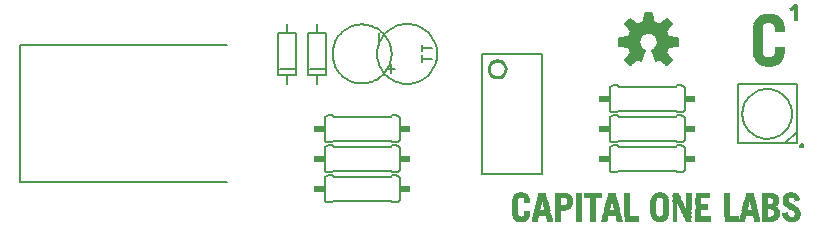
<source format=gto>
G75*
%MOIN*%
%OFA0B0*%
%FSLAX24Y24*%
%IPPOS*%
%LPD*%
%AMOC8*
5,1,8,0,0,1.08239X$1,22.5*
%
%ADD10C,0.0050*%
%ADD11C,0.0080*%
%ADD12C,0.0060*%
%ADD13R,0.0340X0.0240*%
%ADD14C,0.0100*%
%ADD15R,0.0091X0.0008*%
%ADD16R,0.0091X0.0008*%
%ADD17R,0.0083X0.0008*%
%ADD18R,0.0207X0.0008*%
%ADD19R,0.0199X0.0008*%
%ADD20R,0.0183X0.0008*%
%ADD21R,0.0257X0.0008*%
%ADD22R,0.0182X0.0008*%
%ADD23R,0.0174X0.0008*%
%ADD24R,0.0183X0.0008*%
%ADD25R,0.0190X0.0008*%
%ADD26R,0.0183X0.0008*%
%ADD27R,0.0481X0.0008*%
%ADD28R,0.0257X0.0008*%
%ADD29R,0.0166X0.0008*%
%ADD30R,0.0514X0.0008*%
%ADD31R,0.0182X0.0008*%
%ADD32R,0.0348X0.0008*%
%ADD33R,0.0249X0.0008*%
%ADD34R,0.0307X0.0008*%
%ADD35R,0.0182X0.0008*%
%ADD36R,0.0183X0.0008*%
%ADD37R,0.0190X0.0008*%
%ADD38R,0.0481X0.0008*%
%ADD39R,0.0299X0.0008*%
%ADD40R,0.0166X0.0008*%
%ADD41R,0.0514X0.0008*%
%ADD42R,0.0174X0.0008*%
%ADD43R,0.0390X0.0008*%
%ADD44R,0.0282X0.0008*%
%ADD45R,0.0340X0.0008*%
%ADD46R,0.0182X0.0008*%
%ADD47R,0.0183X0.0008*%
%ADD48R,0.0190X0.0008*%
%ADD49R,0.0183X0.0008*%
%ADD50R,0.0481X0.0008*%
%ADD51R,0.0332X0.0008*%
%ADD52R,0.0166X0.0008*%
%ADD53R,0.0191X0.0008*%
%ADD54R,0.0514X0.0008*%
%ADD55R,0.0174X0.0008*%
%ADD56R,0.0415X0.0008*%
%ADD57R,0.0315X0.0008*%
%ADD58R,0.0357X0.0008*%
%ADD59R,0.0174X0.0008*%
%ADD60R,0.0175X0.0008*%
%ADD61R,0.0365X0.0008*%
%ADD62R,0.0191X0.0008*%
%ADD63R,0.0182X0.0008*%
%ADD64R,0.0439X0.0008*%
%ADD65R,0.0349X0.0008*%
%ADD66R,0.0456X0.0008*%
%ADD67R,0.0373X0.0008*%
%ADD68R,0.0406X0.0008*%
%ADD69R,0.0199X0.0008*%
%ADD70R,0.0175X0.0008*%
%ADD71R,0.0473X0.0008*%
%ADD72R,0.0398X0.0008*%
%ADD73R,0.0423X0.0008*%
%ADD74R,0.0431X0.0008*%
%ADD75R,0.0208X0.0008*%
%ADD76R,0.0415X0.0008*%
%ADD77R,0.0448X0.0008*%
%ADD78R,0.0497X0.0008*%
%ADD79R,0.0464X0.0008*%
%ADD80R,0.0216X0.0008*%
%ADD81R,0.0506X0.0008*%
%ADD82R,0.0447X0.0008*%
%ADD83R,0.0473X0.0008*%
%ADD84R,0.0472X0.0008*%
%ADD85R,0.0216X0.0008*%
%ADD86R,0.0174X0.0008*%
%ADD87R,0.0514X0.0008*%
%ADD88R,0.0465X0.0008*%
%ADD89R,0.0489X0.0008*%
%ADD90R,0.0489X0.0008*%
%ADD91R,0.0224X0.0008*%
%ADD92R,0.0522X0.0008*%
%ADD93R,0.0531X0.0008*%
%ADD94R,0.0505X0.0008*%
%ADD95R,0.0522X0.0008*%
%ADD96R,0.0522X0.0008*%
%ADD97R,0.0232X0.0008*%
%ADD98R,0.0539X0.0008*%
%ADD99R,0.0522X0.0008*%
%ADD100R,0.0182X0.0008*%
%ADD101R,0.0531X0.0008*%
%ADD102R,0.0232X0.0008*%
%ADD103R,0.0547X0.0008*%
%ADD104R,0.0539X0.0008*%
%ADD105R,0.0539X0.0008*%
%ADD106R,0.0241X0.0008*%
%ADD107R,0.0547X0.0008*%
%ADD108R,0.0555X0.0008*%
%ADD109R,0.0556X0.0008*%
%ADD110R,0.0249X0.0008*%
%ADD111R,0.0249X0.0008*%
%ADD112R,0.0240X0.0008*%
%ADD113R,0.0290X0.0008*%
%ADD114R,0.0233X0.0008*%
%ADD115R,0.0224X0.0008*%
%ADD116R,0.0506X0.0008*%
%ADD117R,0.0249X0.0008*%
%ADD118R,0.0207X0.0008*%
%ADD119R,0.0207X0.0008*%
%ADD120R,0.0257X0.0008*%
%ADD121R,0.0266X0.0008*%
%ADD122R,0.0199X0.0008*%
%ADD123R,0.0199X0.0008*%
%ADD124R,0.0191X0.0008*%
%ADD125R,0.0266X0.0008*%
%ADD126R,0.0207X0.0008*%
%ADD127R,0.0597X0.0008*%
%ADD128R,0.0597X0.0008*%
%ADD129R,0.0274X0.0008*%
%ADD130R,0.0605X0.0008*%
%ADD131R,0.0597X0.0008*%
%ADD132R,0.0597X0.0008*%
%ADD133R,0.0282X0.0008*%
%ADD134R,0.0589X0.0008*%
%ADD135R,0.0199X0.0008*%
%ADD136R,0.0588X0.0008*%
%ADD137R,0.0589X0.0008*%
%ADD138R,0.0580X0.0008*%
%ADD139R,0.0581X0.0008*%
%ADD140R,0.0290X0.0008*%
%ADD141R,0.0589X0.0008*%
%ADD142R,0.0580X0.0008*%
%ADD143R,0.0581X0.0008*%
%ADD144R,0.0572X0.0008*%
%ADD145R,0.0572X0.0008*%
%ADD146R,0.0572X0.0008*%
%ADD147R,0.0564X0.0008*%
%ADD148R,0.0307X0.0008*%
%ADD149R,0.0572X0.0008*%
%ADD150R,0.0125X0.0008*%
%ADD151R,0.0564X0.0008*%
%ADD152R,0.0564X0.0008*%
%ADD153R,0.0050X0.0008*%
%ADD154R,0.0315X0.0008*%
%ADD155R,0.0556X0.0008*%
%ADD156R,0.0547X0.0008*%
%ADD157R,0.0315X0.0008*%
%ADD158R,0.0548X0.0008*%
%ADD159R,0.0547X0.0008*%
%ADD160R,0.0324X0.0008*%
%ADD161R,0.0208X0.0008*%
%ADD162R,0.0539X0.0008*%
%ADD163R,0.0539X0.0008*%
%ADD164R,0.0332X0.0008*%
%ADD165R,0.0216X0.0008*%
%ADD166R,0.0332X0.0008*%
%ADD167R,0.0530X0.0008*%
%ADD168R,0.0340X0.0008*%
%ADD169R,0.0530X0.0008*%
%ADD170R,0.0531X0.0008*%
%ADD171R,0.0340X0.0008*%
%ADD172R,0.0232X0.0008*%
%ADD173R,0.0522X0.0008*%
%ADD174R,0.0348X0.0008*%
%ADD175R,0.0357X0.0008*%
%ADD176R,0.0208X0.0008*%
%ADD177R,0.0398X0.0008*%
%ADD178R,0.0274X0.0008*%
%ADD179R,0.0423X0.0008*%
%ADD180R,0.0223X0.0008*%
%ADD181R,0.0281X0.0008*%
%ADD182R,0.0440X0.0008*%
%ADD183R,0.0248X0.0008*%
%ADD184R,0.0456X0.0008*%
%ADD185R,0.0423X0.0008*%
%ADD186R,0.0273X0.0008*%
%ADD187R,0.0175X0.0008*%
%ADD188R,0.0174X0.0008*%
%ADD189R,0.0473X0.0008*%
%ADD190R,0.0423X0.0008*%
%ADD191R,0.0307X0.0008*%
%ADD192R,0.0316X0.0008*%
%ADD193R,0.0498X0.0008*%
%ADD194R,0.0323X0.0008*%
%ADD195R,0.0348X0.0008*%
%ADD196R,0.0464X0.0008*%
%ADD197R,0.0348X0.0008*%
%ADD198R,0.0166X0.0008*%
%ADD199R,0.0564X0.0008*%
%ADD200R,0.0191X0.0008*%
%ADD201R,0.0265X0.0008*%
%ADD202R,0.0331X0.0008*%
%ADD203R,0.0497X0.0008*%
%ADD204R,0.0324X0.0008*%
%ADD205R,0.0215X0.0008*%
%ADD206R,0.0165X0.0008*%
%ADD207R,0.0514X0.0008*%
%ADD208R,0.0306X0.0008*%
%ADD209R,0.0166X0.0008*%
%ADD210R,0.0248X0.0008*%
%ADD211R,0.0291X0.0008*%
%ADD212R,0.0191X0.0008*%
%ADD213R,0.0233X0.0008*%
%ADD214R,0.0282X0.0008*%
%ADD215R,0.0356X0.0008*%
%ADD216R,0.0191X0.0008*%
%ADD217R,0.0348X0.0008*%
%ADD218R,0.0233X0.0008*%
%ADD219R,0.0165X0.0008*%
%ADD220R,0.0332X0.0008*%
%ADD221R,0.0323X0.0008*%
%ADD222R,0.0025X0.0008*%
%ADD223R,0.0050X0.0008*%
%ADD224R,0.0075X0.0008*%
%ADD225R,0.0116X0.0008*%
%ADD226R,0.0141X0.0008*%
%ADD227R,0.0298X0.0008*%
%ADD228R,0.0298X0.0008*%
%ADD229R,0.0199X0.0008*%
%ADD230R,0.0323X0.0008*%
%ADD231R,0.0282X0.0008*%
%ADD232R,0.0323X0.0008*%
%ADD233R,0.0215X0.0008*%
%ADD234R,0.0232X0.0008*%
%ADD235R,0.0606X0.0008*%
%ADD236R,0.0497X0.0008*%
%ADD237R,0.0306X0.0008*%
%ADD238R,0.0564X0.0008*%
%ADD239R,0.0606X0.0008*%
%ADD240R,0.0265X0.0008*%
%ADD241R,0.0497X0.0008*%
%ADD242R,0.0547X0.0008*%
%ADD243R,0.0224X0.0008*%
%ADD244R,0.0307X0.0008*%
%ADD245R,0.0290X0.0008*%
%ADD246R,0.0606X0.0008*%
%ADD247R,0.0522X0.0008*%
%ADD248R,0.0249X0.0008*%
%ADD249R,0.0497X0.0008*%
%ADD250R,0.0299X0.0008*%
%ADD251R,0.0240X0.0008*%
%ADD252R,0.0282X0.0008*%
%ADD253R,0.0473X0.0008*%
%ADD254R,0.0274X0.0008*%
%ADD255R,0.0498X0.0008*%
%ADD256R,0.0448X0.0008*%
%ADD257R,0.0489X0.0008*%
%ADD258R,0.0431X0.0008*%
%ADD259R,0.0224X0.0008*%
%ADD260R,0.0473X0.0008*%
%ADD261R,0.0414X0.0008*%
%ADD262R,0.0406X0.0008*%
%ADD263R,0.0257X0.0008*%
%ADD264R,0.0374X0.0008*%
%ADD265R,0.0373X0.0008*%
%ADD266R,0.0440X0.0008*%
%ADD267R,0.0365X0.0008*%
%ADD268R,0.0356X0.0008*%
%ADD269R,0.0248X0.0008*%
%ADD270R,0.0240X0.0008*%
%ADD271R,0.0398X0.0008*%
%ADD272R,0.0307X0.0008*%
%ADD273R,0.0207X0.0008*%
%ADD274R,0.0249X0.0008*%
%ADD275R,0.0390X0.0008*%
%ADD276R,0.0124X0.0008*%
%ADD277R,0.0133X0.0008*%
%ADD278R,0.0116X0.0008*%
%ADD279C,0.0059*%
%ADD280R,0.0134X0.0003*%
%ADD281R,0.0200X0.0003*%
%ADD282R,0.0250X0.0003*%
%ADD283R,0.0290X0.0003*%
%ADD284R,0.0323X0.0003*%
%ADD285R,0.0354X0.0003*%
%ADD286R,0.0380X0.0003*%
%ADD287R,0.0403X0.0003*%
%ADD288R,0.0426X0.0003*%
%ADD289R,0.0446X0.0003*%
%ADD290R,0.0466X0.0003*%
%ADD291R,0.0483X0.0003*%
%ADD292R,0.0500X0.0003*%
%ADD293R,0.0517X0.0003*%
%ADD294R,0.0534X0.0003*%
%ADD295R,0.0546X0.0003*%
%ADD296R,0.0560X0.0003*%
%ADD297R,0.0574X0.0003*%
%ADD298R,0.0586X0.0003*%
%ADD299R,0.0600X0.0003*%
%ADD300R,0.0614X0.0003*%
%ADD301R,0.0623X0.0003*%
%ADD302R,0.0634X0.0003*%
%ADD303R,0.0646X0.0003*%
%ADD304R,0.0654X0.0003*%
%ADD305R,0.0666X0.0003*%
%ADD306R,0.0674X0.0003*%
%ADD307R,0.0686X0.0003*%
%ADD308R,0.0694X0.0003*%
%ADD309R,0.0703X0.0003*%
%ADD310R,0.0714X0.0003*%
%ADD311R,0.0720X0.0003*%
%ADD312R,0.0726X0.0003*%
%ADD313R,0.0737X0.0003*%
%ADD314R,0.0743X0.0003*%
%ADD315R,0.0754X0.0003*%
%ADD316R,0.0760X0.0003*%
%ADD317R,0.0766X0.0003*%
%ADD318R,0.0774X0.0003*%
%ADD319R,0.0780X0.0003*%
%ADD320R,0.0786X0.0003*%
%ADD321R,0.0794X0.0003*%
%ADD322R,0.0800X0.0003*%
%ADD323R,0.0806X0.0003*%
%ADD324R,0.0814X0.0003*%
%ADD325R,0.0820X0.0003*%
%ADD326R,0.0823X0.0003*%
%ADD327R,0.0826X0.0003*%
%ADD328R,0.0834X0.0003*%
%ADD329R,0.0840X0.0003*%
%ADD330R,0.0846X0.0003*%
%ADD331R,0.0850X0.0003*%
%ADD332R,0.0854X0.0003*%
%ADD333R,0.0860X0.0003*%
%ADD334R,0.0866X0.0003*%
%ADD335R,0.0870X0.0003*%
%ADD336R,0.0874X0.0003*%
%ADD337R,0.0880X0.0003*%
%ADD338R,0.0886X0.0003*%
%ADD339R,0.0886X0.0003*%
%ADD340R,0.0894X0.0003*%
%ADD341R,0.0897X0.0003*%
%ADD342R,0.0900X0.0003*%
%ADD343R,0.0906X0.0003*%
%ADD344R,0.0914X0.0003*%
%ADD345R,0.0917X0.0003*%
%ADD346R,0.0920X0.0003*%
%ADD347R,0.0926X0.0003*%
%ADD348R,0.0926X0.0003*%
%ADD349R,0.0934X0.0003*%
%ADD350R,0.0934X0.0003*%
%ADD351R,0.0940X0.0003*%
%ADD352R,0.0946X0.0003*%
%ADD353R,0.0946X0.0003*%
%ADD354R,0.0954X0.0003*%
%ADD355R,0.0954X0.0003*%
%ADD356R,0.0960X0.0003*%
%ADD357R,0.0963X0.0003*%
%ADD358R,0.0966X0.0003*%
%ADD359R,0.0974X0.0003*%
%ADD360R,0.0974X0.0003*%
%ADD361R,0.0977X0.0003*%
%ADD362R,0.0447X0.0003*%
%ADD363R,0.0423X0.0003*%
%ADD364R,0.0427X0.0003*%
%ADD365R,0.0413X0.0003*%
%ADD366R,0.0400X0.0003*%
%ADD367R,0.0403X0.0003*%
%ADD368R,0.0393X0.0003*%
%ADD369R,0.0387X0.0003*%
%ADD370R,0.0390X0.0003*%
%ADD371R,0.0380X0.0003*%
%ADD372R,0.0374X0.0003*%
%ADD373R,0.0377X0.0003*%
%ADD374R,0.0373X0.0003*%
%ADD375R,0.0367X0.0003*%
%ADD376R,0.0363X0.0003*%
%ADD377R,0.0360X0.0003*%
%ADD378R,0.0356X0.0003*%
%ADD379R,0.0353X0.0003*%
%ADD380R,0.0354X0.0003*%
%ADD381R,0.0350X0.0003*%
%ADD382R,0.0350X0.0003*%
%ADD383R,0.0347X0.0003*%
%ADD384R,0.0344X0.0003*%
%ADD385R,0.0343X0.0003*%
%ADD386R,0.0347X0.0003*%
%ADD387R,0.0343X0.0003*%
%ADD388R,0.0340X0.0003*%
%ADD389R,0.0340X0.0003*%
%ADD390R,0.0337X0.0003*%
%ADD391R,0.0336X0.0003*%
%ADD392R,0.0333X0.0003*%
%ADD393R,0.0336X0.0003*%
%ADD394R,0.0333X0.0003*%
%ADD395R,0.0334X0.0003*%
%ADD396R,0.0334X0.0003*%
%ADD397R,0.0330X0.0003*%
%ADD398R,0.0330X0.0003*%
%ADD399R,0.0327X0.0003*%
%ADD400R,0.0327X0.0003*%
%ADD401R,0.0326X0.0003*%
%ADD402R,0.0326X0.0003*%
%ADD403R,0.0323X0.0003*%
%ADD404R,0.0324X0.0003*%
%ADD405R,0.0324X0.0003*%
%ADD406R,0.0320X0.0003*%
%ADD407R,0.0320X0.0003*%
%ADD408R,0.0337X0.0003*%
%ADD409R,0.0344X0.0003*%
%ADD410R,0.0356X0.0003*%
%ADD411R,0.0360X0.0003*%
%ADD412R,0.0370X0.0003*%
%ADD413R,0.0370X0.0003*%
%ADD414R,0.0384X0.0003*%
%ADD415R,0.0386X0.0003*%
%ADD416R,0.0396X0.0003*%
%ADD417R,0.0406X0.0003*%
%ADD418R,0.0420X0.0003*%
%ADD419R,0.0417X0.0003*%
%ADD420R,0.0433X0.0003*%
%ADD421R,0.0463X0.0003*%
%ADD422R,0.0970X0.0003*%
%ADD423R,0.0960X0.0003*%
%ADD424R,0.0957X0.0003*%
%ADD425R,0.0950X0.0003*%
%ADD426R,0.0943X0.0003*%
%ADD427R,0.0937X0.0003*%
%ADD428R,0.0930X0.0003*%
%ADD429R,0.0923X0.0003*%
%ADD430R,0.0914X0.0003*%
%ADD431R,0.0120X0.0003*%
%ADD432R,0.0120X0.0003*%
%ADD433R,0.0903X0.0003*%
%ADD434R,0.0863X0.0003*%
%ADD435R,0.0846X0.0003*%
%ADD436R,0.0843X0.0003*%
%ADD437R,0.0814X0.0003*%
%ADD438R,0.0806X0.0003*%
%ADD439R,0.0803X0.0003*%
%ADD440R,0.0797X0.0003*%
%ADD441R,0.0790X0.0003*%
%ADD442R,0.0783X0.0003*%
%ADD443R,0.0777X0.0003*%
%ADD444R,0.0770X0.0003*%
%ADD445R,0.0763X0.0003*%
%ADD446R,0.0754X0.0003*%
%ADD447R,0.0746X0.0003*%
%ADD448R,0.0740X0.0003*%
%ADD449R,0.0734X0.0003*%
%ADD450R,0.0717X0.0003*%
%ADD451R,0.0706X0.0003*%
%ADD452R,0.0700X0.0003*%
%ADD453R,0.0690X0.0003*%
%ADD454R,0.0680X0.0003*%
%ADD455R,0.0660X0.0003*%
%ADD456R,0.0640X0.0003*%
%ADD457R,0.0630X0.0003*%
%ADD458R,0.0620X0.0003*%
%ADD459R,0.0606X0.0003*%
%ADD460R,0.0594X0.0003*%
%ADD461R,0.0580X0.0003*%
%ADD462R,0.0570X0.0003*%
%ADD463R,0.0554X0.0003*%
%ADD464R,0.0540X0.0003*%
%ADD465R,0.0526X0.0003*%
%ADD466R,0.0510X0.0003*%
%ADD467R,0.0494X0.0003*%
%ADD468R,0.0477X0.0003*%
%ADD469R,0.0460X0.0003*%
%ADD470R,0.0440X0.0003*%
%ADD471R,0.0417X0.0003*%
%ADD472R,0.0394X0.0003*%
%ADD473R,0.0366X0.0003*%
%ADD474R,0.0310X0.0003*%
%ADD475R,0.0274X0.0003*%
%ADD476R,0.0234X0.0003*%
%ADD477R,0.0180X0.0003*%
%ADD478R,0.0090X0.0003*%
%ADD479R,0.0010X0.0003*%
%ADD480R,0.0013X0.0003*%
%ADD481R,0.0020X0.0003*%
%ADD482R,0.0027X0.0003*%
%ADD483R,0.0037X0.0003*%
%ADD484R,0.0043X0.0003*%
%ADD485R,0.0046X0.0003*%
%ADD486R,0.0054X0.0003*%
%ADD487R,0.0063X0.0003*%
%ADD488R,0.0070X0.0003*%
%ADD489R,0.0073X0.0003*%
%ADD490R,0.0080X0.0003*%
%ADD491R,0.0096X0.0003*%
%ADD492R,0.0104X0.0003*%
%ADD493R,0.0110X0.0003*%
%ADD494R,0.0117X0.0003*%
%ADD495R,0.0123X0.0003*%
%ADD496R,0.0130X0.0003*%
%ADD497R,0.0257X0.0003*%
%ADD498R,0.0257X0.0003*%
%ADD499R,0.0260X0.0003*%
%ADD500R,0.0264X0.0003*%
%ADD501R,0.0254X0.0003*%
%ADD502R,0.0247X0.0003*%
%ADD503R,0.0240X0.0003*%
%ADD504R,0.0237X0.0003*%
%ADD505R,0.0234X0.0003*%
%ADD506R,0.0230X0.0003*%
%ADD507R,0.0224X0.0003*%
%ADD508R,0.0220X0.0003*%
%ADD509R,0.0217X0.0003*%
%ADD510R,0.0214X0.0003*%
%ADD511R,0.0207X0.0003*%
%ADD512R,0.0204X0.0003*%
%ADD513R,0.0200X0.0003*%
%ADD514R,0.0197X0.0003*%
%ADD515R,0.0190X0.0003*%
%ADD516R,0.0187X0.0003*%
%ADD517R,0.0184X0.0003*%
%ADD518R,0.0177X0.0003*%
%ADD519R,0.0174X0.0003*%
%ADD520R,0.0170X0.0003*%
%ADD521R,0.0167X0.0003*%
%ADD522R,0.0160X0.0003*%
%ADD523R,0.0157X0.0003*%
%ADD524R,0.0154X0.0003*%
%ADD525R,0.0150X0.0003*%
%ADD526R,0.0144X0.0003*%
%ADD527R,0.0140X0.0003*%
%ADD528R,0.0137X0.0003*%
%ADD529R,0.0127X0.0003*%
%ADD530R,0.0124X0.0003*%
%ADD531R,0.0117X0.0003*%
%ADD532R,0.0110X0.0003*%
%ADD533R,0.0107X0.0003*%
%ADD534R,0.0100X0.0003*%
D10*
X000125Y002007D02*
X000125Y006573D01*
X007015Y006573D01*
X013499Y006601D02*
X013499Y006374D01*
X013499Y006488D02*
X013840Y006488D01*
X013499Y006242D02*
X013499Y006015D01*
X013499Y006128D02*
X013840Y006128D01*
X024031Y005274D02*
X024031Y003306D01*
X025605Y003306D01*
X025999Y003699D01*
X025999Y003306D01*
X025605Y003306D01*
X026114Y003232D02*
X026116Y003246D01*
X026122Y003260D01*
X026130Y003272D01*
X026142Y003280D01*
X026156Y003286D01*
X026170Y003288D01*
X026184Y003286D01*
X026198Y003280D01*
X026210Y003272D01*
X026218Y003260D01*
X026224Y003246D01*
X026226Y003232D01*
X026224Y003218D01*
X026218Y003204D01*
X026210Y003192D01*
X026198Y003184D01*
X026184Y003178D01*
X026170Y003176D01*
X026156Y003178D01*
X026142Y003184D01*
X026130Y003192D01*
X026122Y003204D01*
X026116Y003218D01*
X026114Y003232D01*
X025999Y003699D02*
X025999Y005274D01*
X024031Y005274D01*
X024188Y004290D02*
X024190Y004347D01*
X024196Y004404D01*
X024206Y004460D01*
X024219Y004516D01*
X024237Y004570D01*
X024258Y004623D01*
X024283Y004674D01*
X024311Y004724D01*
X024343Y004771D01*
X024377Y004817D01*
X024415Y004859D01*
X024456Y004899D01*
X024499Y004937D01*
X024545Y004971D01*
X024593Y005001D01*
X024643Y005029D01*
X024695Y005053D01*
X024749Y005073D01*
X024803Y005089D01*
X024859Y005102D01*
X024915Y005111D01*
X024972Y005116D01*
X025029Y005117D01*
X025086Y005114D01*
X025143Y005107D01*
X025199Y005096D01*
X025254Y005082D01*
X025308Y005063D01*
X025361Y005041D01*
X025412Y005016D01*
X025461Y004986D01*
X025508Y004954D01*
X025553Y004918D01*
X025595Y004880D01*
X025634Y004838D01*
X025670Y004794D01*
X025704Y004748D01*
X025734Y004699D01*
X025760Y004649D01*
X025783Y004597D01*
X025802Y004543D01*
X025818Y004488D01*
X025830Y004432D01*
X025838Y004375D01*
X025842Y004319D01*
X025842Y004261D01*
X025838Y004205D01*
X025830Y004148D01*
X025818Y004092D01*
X025802Y004037D01*
X025783Y003983D01*
X025760Y003931D01*
X025734Y003881D01*
X025704Y003832D01*
X025670Y003786D01*
X025634Y003742D01*
X025595Y003700D01*
X025553Y003662D01*
X025508Y003626D01*
X025461Y003594D01*
X025412Y003564D01*
X025361Y003539D01*
X025308Y003517D01*
X025254Y003498D01*
X025199Y003484D01*
X025143Y003473D01*
X025086Y003466D01*
X025029Y003463D01*
X024972Y003464D01*
X024915Y003469D01*
X024859Y003478D01*
X024803Y003491D01*
X024749Y003507D01*
X024695Y003527D01*
X024643Y003551D01*
X024593Y003579D01*
X024545Y003609D01*
X024499Y003643D01*
X024456Y003681D01*
X024415Y003721D01*
X024377Y003763D01*
X024343Y003809D01*
X024311Y003856D01*
X024283Y003906D01*
X024258Y003957D01*
X024237Y004010D01*
X024219Y004064D01*
X024206Y004120D01*
X024196Y004176D01*
X024190Y004233D01*
X024188Y004290D01*
X007015Y002007D02*
X000125Y002007D01*
D11*
X009015Y005290D02*
X009015Y005590D01*
X008715Y005590D01*
X008715Y006990D01*
X009015Y006990D01*
X009015Y007290D01*
X009015Y006990D02*
X009315Y006990D01*
X009315Y005590D01*
X009015Y005590D01*
X008765Y005790D02*
X009265Y005790D01*
X009765Y005790D02*
X010265Y005790D01*
X010315Y005590D02*
X010015Y005590D01*
X010015Y005290D01*
X010015Y005590D02*
X009715Y005590D01*
X009715Y006990D01*
X010015Y006990D01*
X010015Y007290D01*
X010015Y006990D02*
X010315Y006990D01*
X010315Y005590D01*
X010531Y006290D02*
X010533Y006352D01*
X010539Y006415D01*
X010549Y006476D01*
X010563Y006537D01*
X010580Y006597D01*
X010601Y006656D01*
X010627Y006713D01*
X010655Y006768D01*
X010687Y006822D01*
X010723Y006873D01*
X010761Y006923D01*
X010803Y006969D01*
X010847Y007013D01*
X010895Y007054D01*
X010944Y007092D01*
X010996Y007126D01*
X011050Y007157D01*
X011106Y007185D01*
X011164Y007209D01*
X011223Y007230D01*
X011283Y007246D01*
X011344Y007259D01*
X011406Y007268D01*
X011468Y007273D01*
X011531Y007274D01*
X011593Y007271D01*
X011655Y007264D01*
X011717Y007253D01*
X011777Y007238D01*
X011837Y007220D01*
X011895Y007198D01*
X011952Y007172D01*
X012007Y007142D01*
X012060Y007109D01*
X012111Y007073D01*
X012159Y007034D01*
X012205Y006991D01*
X012248Y006946D01*
X012288Y006898D01*
X012325Y006848D01*
X012359Y006795D01*
X012390Y006741D01*
X012416Y006685D01*
X012440Y006627D01*
X012459Y006567D01*
X012475Y006507D01*
X012487Y006445D01*
X012495Y006384D01*
X012499Y006321D01*
X012499Y006259D01*
X012495Y006196D01*
X012487Y006135D01*
X012475Y006073D01*
X012459Y006013D01*
X012440Y005953D01*
X012416Y005895D01*
X012390Y005839D01*
X012359Y005785D01*
X012325Y005732D01*
X012288Y005682D01*
X012248Y005634D01*
X012205Y005589D01*
X012159Y005546D01*
X012111Y005507D01*
X012060Y005471D01*
X012007Y005438D01*
X011952Y005408D01*
X011895Y005382D01*
X011837Y005360D01*
X011777Y005342D01*
X011717Y005327D01*
X011655Y005316D01*
X011593Y005309D01*
X011531Y005306D01*
X011468Y005307D01*
X011406Y005312D01*
X011344Y005321D01*
X011283Y005334D01*
X011223Y005350D01*
X011164Y005371D01*
X011106Y005395D01*
X011050Y005423D01*
X010996Y005454D01*
X010944Y005488D01*
X010895Y005526D01*
X010847Y005567D01*
X010803Y005611D01*
X010761Y005657D01*
X010723Y005707D01*
X010687Y005758D01*
X010655Y005812D01*
X010627Y005867D01*
X010601Y005924D01*
X010580Y005983D01*
X010563Y006043D01*
X010549Y006104D01*
X010539Y006165D01*
X010533Y006228D01*
X010531Y006290D01*
X012065Y006590D02*
X012065Y006990D01*
X015515Y006290D02*
X015915Y006290D01*
X016115Y006290D01*
X015915Y006290D02*
X017515Y006290D01*
X017515Y002290D01*
X015515Y002290D01*
X015515Y006290D01*
D12*
X012015Y006290D02*
X012017Y006353D01*
X012023Y006415D01*
X012033Y006477D01*
X012046Y006539D01*
X012064Y006599D01*
X012085Y006658D01*
X012110Y006716D01*
X012139Y006772D01*
X012171Y006826D01*
X012206Y006878D01*
X012244Y006927D01*
X012286Y006975D01*
X012330Y007019D01*
X012378Y007061D01*
X012427Y007099D01*
X012479Y007134D01*
X012533Y007166D01*
X012589Y007195D01*
X012647Y007220D01*
X012706Y007241D01*
X012766Y007259D01*
X012828Y007272D01*
X012890Y007282D01*
X012952Y007288D01*
X013015Y007290D01*
X013078Y007288D01*
X013140Y007282D01*
X013202Y007272D01*
X013264Y007259D01*
X013324Y007241D01*
X013383Y007220D01*
X013441Y007195D01*
X013497Y007166D01*
X013551Y007134D01*
X013603Y007099D01*
X013652Y007061D01*
X013700Y007019D01*
X013744Y006975D01*
X013786Y006927D01*
X013824Y006878D01*
X013859Y006826D01*
X013891Y006772D01*
X013920Y006716D01*
X013945Y006658D01*
X013966Y006599D01*
X013984Y006539D01*
X013997Y006477D01*
X014007Y006415D01*
X014013Y006353D01*
X014015Y006290D01*
X014013Y006227D01*
X014007Y006165D01*
X013997Y006103D01*
X013984Y006041D01*
X013966Y005981D01*
X013945Y005922D01*
X013920Y005864D01*
X013891Y005808D01*
X013859Y005754D01*
X013824Y005702D01*
X013786Y005653D01*
X013744Y005605D01*
X013700Y005561D01*
X013652Y005519D01*
X013603Y005481D01*
X013551Y005446D01*
X013497Y005414D01*
X013441Y005385D01*
X013383Y005360D01*
X013324Y005339D01*
X013264Y005321D01*
X013202Y005308D01*
X013140Y005298D01*
X013078Y005292D01*
X013015Y005290D01*
X012952Y005292D01*
X012890Y005298D01*
X012828Y005308D01*
X012766Y005321D01*
X012706Y005339D01*
X012647Y005360D01*
X012589Y005385D01*
X012533Y005414D01*
X012479Y005446D01*
X012427Y005481D01*
X012378Y005519D01*
X012330Y005561D01*
X012286Y005605D01*
X012244Y005653D01*
X012206Y005702D01*
X012171Y005754D01*
X012139Y005808D01*
X012110Y005864D01*
X012085Y005922D01*
X012064Y005981D01*
X012046Y006041D01*
X012033Y006103D01*
X012023Y006165D01*
X012017Y006227D01*
X012015Y006290D01*
X012465Y005940D02*
X012465Y005640D01*
X012615Y005790D02*
X012315Y005790D01*
X012515Y004240D02*
X012665Y004240D01*
X012682Y004238D01*
X012699Y004234D01*
X012715Y004227D01*
X012729Y004217D01*
X012742Y004204D01*
X012752Y004190D01*
X012759Y004174D01*
X012763Y004157D01*
X012765Y004140D01*
X012765Y003440D01*
X012763Y003423D01*
X012759Y003406D01*
X012752Y003390D01*
X012742Y003376D01*
X012729Y003363D01*
X012715Y003353D01*
X012699Y003346D01*
X012682Y003342D01*
X012665Y003340D01*
X012515Y003340D01*
X012465Y003390D01*
X010565Y003390D01*
X010515Y003340D01*
X010365Y003340D01*
X010365Y003240D02*
X010515Y003240D01*
X010565Y003190D01*
X012465Y003190D01*
X012515Y003240D01*
X012665Y003240D01*
X012682Y003238D01*
X012699Y003234D01*
X012715Y003227D01*
X012729Y003217D01*
X012742Y003204D01*
X012752Y003190D01*
X012759Y003174D01*
X012763Y003157D01*
X012765Y003140D01*
X012765Y002440D01*
X012763Y002423D01*
X012759Y002406D01*
X012752Y002390D01*
X012742Y002376D01*
X012729Y002363D01*
X012715Y002353D01*
X012699Y002346D01*
X012682Y002342D01*
X012665Y002340D01*
X012515Y002340D01*
X012465Y002390D01*
X010565Y002390D01*
X010515Y002340D01*
X010365Y002340D01*
X010365Y002240D02*
X010515Y002240D01*
X010565Y002190D01*
X012465Y002190D01*
X012515Y002240D01*
X012665Y002240D01*
X012682Y002238D01*
X012699Y002234D01*
X012715Y002227D01*
X012729Y002217D01*
X012742Y002204D01*
X012752Y002190D01*
X012759Y002174D01*
X012763Y002157D01*
X012765Y002140D01*
X012765Y001440D01*
X012763Y001423D01*
X012759Y001406D01*
X012752Y001390D01*
X012742Y001376D01*
X012729Y001363D01*
X012715Y001353D01*
X012699Y001346D01*
X012682Y001342D01*
X012665Y001340D01*
X012515Y001340D01*
X012465Y001390D01*
X010565Y001390D01*
X010515Y001340D01*
X010365Y001340D01*
X010348Y001342D01*
X010331Y001346D01*
X010315Y001353D01*
X010301Y001363D01*
X010288Y001376D01*
X010278Y001390D01*
X010271Y001406D01*
X010267Y001423D01*
X010265Y001440D01*
X010265Y002140D01*
X010267Y002157D01*
X010271Y002174D01*
X010278Y002190D01*
X010288Y002204D01*
X010301Y002217D01*
X010315Y002227D01*
X010331Y002234D01*
X010348Y002238D01*
X010365Y002240D01*
X010365Y002340D02*
X010348Y002342D01*
X010331Y002346D01*
X010315Y002353D01*
X010301Y002363D01*
X010288Y002376D01*
X010278Y002390D01*
X010271Y002406D01*
X010267Y002423D01*
X010265Y002440D01*
X010265Y003140D01*
X010267Y003157D01*
X010271Y003174D01*
X010278Y003190D01*
X010288Y003204D01*
X010301Y003217D01*
X010315Y003227D01*
X010331Y003234D01*
X010348Y003238D01*
X010365Y003240D01*
X010365Y003340D02*
X010348Y003342D01*
X010331Y003346D01*
X010315Y003353D01*
X010301Y003363D01*
X010288Y003376D01*
X010278Y003390D01*
X010271Y003406D01*
X010267Y003423D01*
X010265Y003440D01*
X010265Y004140D01*
X010267Y004157D01*
X010271Y004174D01*
X010278Y004190D01*
X010288Y004204D01*
X010301Y004217D01*
X010315Y004227D01*
X010331Y004234D01*
X010348Y004238D01*
X010365Y004240D01*
X010515Y004240D01*
X010565Y004190D01*
X012465Y004190D01*
X012515Y004240D01*
X019765Y004140D02*
X019765Y003440D01*
X019767Y003423D01*
X019771Y003406D01*
X019778Y003390D01*
X019788Y003376D01*
X019801Y003363D01*
X019815Y003353D01*
X019831Y003346D01*
X019848Y003342D01*
X019865Y003340D01*
X020015Y003340D01*
X020065Y003390D01*
X021965Y003390D01*
X022015Y003340D01*
X022165Y003340D01*
X022165Y003240D02*
X022015Y003240D01*
X021965Y003190D01*
X020065Y003190D01*
X020015Y003240D01*
X019865Y003240D01*
X019848Y003238D01*
X019831Y003234D01*
X019815Y003227D01*
X019801Y003217D01*
X019788Y003204D01*
X019778Y003190D01*
X019771Y003174D01*
X019767Y003157D01*
X019765Y003140D01*
X019765Y002440D01*
X019767Y002423D01*
X019771Y002406D01*
X019778Y002390D01*
X019788Y002376D01*
X019801Y002363D01*
X019815Y002353D01*
X019831Y002346D01*
X019848Y002342D01*
X019865Y002340D01*
X020015Y002340D01*
X020065Y002390D01*
X021965Y002390D01*
X022015Y002340D01*
X022165Y002340D01*
X022182Y002342D01*
X022199Y002346D01*
X022215Y002353D01*
X022229Y002363D01*
X022242Y002376D01*
X022252Y002390D01*
X022259Y002406D01*
X022263Y002423D01*
X022265Y002440D01*
X022265Y003140D01*
X022263Y003157D01*
X022259Y003174D01*
X022252Y003190D01*
X022242Y003204D01*
X022229Y003217D01*
X022215Y003227D01*
X022199Y003234D01*
X022182Y003238D01*
X022165Y003240D01*
X022165Y003340D02*
X022182Y003342D01*
X022199Y003346D01*
X022215Y003353D01*
X022229Y003363D01*
X022242Y003376D01*
X022252Y003390D01*
X022259Y003406D01*
X022263Y003423D01*
X022265Y003440D01*
X022265Y004140D01*
X022263Y004157D01*
X022259Y004174D01*
X022252Y004190D01*
X022242Y004204D01*
X022229Y004217D01*
X022215Y004227D01*
X022199Y004234D01*
X022182Y004238D01*
X022165Y004240D01*
X022015Y004240D01*
X021965Y004190D01*
X020065Y004190D01*
X020015Y004240D01*
X019865Y004240D01*
X019848Y004238D01*
X019831Y004234D01*
X019815Y004227D01*
X019801Y004217D01*
X019788Y004204D01*
X019778Y004190D01*
X019771Y004174D01*
X019767Y004157D01*
X019765Y004140D01*
X019865Y004340D02*
X020015Y004340D01*
X020065Y004390D01*
X021965Y004390D01*
X022015Y004340D01*
X022165Y004340D01*
X022182Y004342D01*
X022199Y004346D01*
X022215Y004353D01*
X022229Y004363D01*
X022242Y004376D01*
X022252Y004390D01*
X022259Y004406D01*
X022263Y004423D01*
X022265Y004440D01*
X022265Y005140D01*
X022263Y005157D01*
X022259Y005174D01*
X022252Y005190D01*
X022242Y005204D01*
X022229Y005217D01*
X022215Y005227D01*
X022199Y005234D01*
X022182Y005238D01*
X022165Y005240D01*
X022015Y005240D01*
X021965Y005190D01*
X020065Y005190D01*
X020015Y005240D01*
X019865Y005240D01*
X019848Y005238D01*
X019831Y005234D01*
X019815Y005227D01*
X019801Y005217D01*
X019788Y005204D01*
X019778Y005190D01*
X019771Y005174D01*
X019767Y005157D01*
X019765Y005140D01*
X019765Y004440D01*
X019767Y004423D01*
X019771Y004406D01*
X019778Y004390D01*
X019788Y004376D01*
X019801Y004363D01*
X019815Y004353D01*
X019831Y004346D01*
X019848Y004342D01*
X019865Y004340D01*
D13*
X019595Y004790D03*
X022435Y004790D03*
X022435Y003790D03*
X019595Y003790D03*
X019595Y002790D03*
X022435Y002790D03*
X012935Y002790D03*
X010095Y002790D03*
X010095Y001790D03*
X012935Y001790D03*
X012935Y003790D03*
X010095Y003790D03*
D14*
X015732Y005790D02*
X015734Y005823D01*
X015740Y005856D01*
X015750Y005889D01*
X015763Y005919D01*
X015780Y005948D01*
X015801Y005975D01*
X015824Y005999D01*
X015850Y006020D01*
X015878Y006038D01*
X015909Y006052D01*
X015940Y006063D01*
X015973Y006070D01*
X016007Y006073D01*
X016040Y006072D01*
X016073Y006067D01*
X016106Y006058D01*
X016137Y006045D01*
X016166Y006029D01*
X016193Y006010D01*
X016218Y005987D01*
X016240Y005962D01*
X016259Y005934D01*
X016274Y005904D01*
X016286Y005873D01*
X016294Y005840D01*
X016298Y005807D01*
X016298Y005773D01*
X016294Y005740D01*
X016286Y005707D01*
X016274Y005676D01*
X016259Y005646D01*
X016240Y005618D01*
X016218Y005593D01*
X016193Y005570D01*
X016166Y005551D01*
X016137Y005535D01*
X016106Y005522D01*
X016073Y005513D01*
X016040Y005508D01*
X016007Y005507D01*
X015973Y005510D01*
X015940Y005517D01*
X015909Y005528D01*
X015878Y005542D01*
X015850Y005560D01*
X015824Y005581D01*
X015801Y005605D01*
X015780Y005632D01*
X015763Y005661D01*
X015750Y005691D01*
X015740Y005724D01*
X015734Y005757D01*
X015732Y005790D01*
D15*
X016822Y000674D03*
D16*
X021440Y000674D03*
D17*
X025657Y000964D03*
X025823Y000674D03*
D18*
X025636Y000873D03*
X025628Y000890D03*
X025321Y001064D03*
X025288Y001288D03*
X026001Y001462D03*
X021971Y001611D03*
X021623Y001462D03*
X021258Y001462D03*
X021258Y000857D03*
X021623Y000865D03*
X016822Y000682D03*
D19*
X017008Y000865D03*
X016635Y000865D03*
X018443Y001271D03*
X018443Y001279D03*
X018443Y001429D03*
X018435Y001437D03*
X021245Y001445D03*
X021245Y000873D03*
X021254Y000865D03*
X021436Y000682D03*
X022390Y000724D03*
X025333Y000898D03*
X025615Y000915D03*
X025624Y000898D03*
X026013Y000857D03*
X026030Y000981D03*
X025325Y001056D03*
X025300Y001304D03*
X025640Y001354D03*
X025648Y001462D03*
X025308Y001437D03*
X025823Y001636D03*
X026013Y001445D03*
D20*
X025632Y001404D03*
X025632Y001396D03*
X025632Y001387D03*
X025831Y000682D03*
X024181Y000716D03*
X024181Y000724D03*
X022398Y000699D03*
X021237Y000915D03*
X022166Y001205D03*
X020093Y000740D03*
X020101Y000699D03*
X020068Y000840D03*
X019612Y000790D03*
X019587Y000699D03*
X018451Y001321D03*
X018451Y001329D03*
X018451Y001337D03*
X018451Y001354D03*
X018451Y001362D03*
X018451Y001371D03*
X018451Y001387D03*
X017307Y000873D03*
X017307Y000865D03*
X017307Y000857D03*
X017282Y000774D03*
X017282Y000757D03*
X017282Y000749D03*
X017763Y000774D03*
X017763Y000782D03*
X017771Y000749D03*
X017771Y000740D03*
D21*
X016822Y000691D03*
X017527Y001603D03*
X019848Y001603D03*
X022361Y000848D03*
D22*
X021644Y000923D03*
X021644Y000956D03*
X021644Y000989D03*
X021644Y001039D03*
X021644Y001072D03*
X021644Y001105D03*
X021644Y001147D03*
X021644Y001188D03*
X021644Y001230D03*
X021644Y001263D03*
X021644Y001296D03*
X021644Y001346D03*
X021644Y001379D03*
X020060Y000881D03*
X020085Y000765D03*
X019604Y000765D03*
X019596Y000732D03*
X017291Y000799D03*
X017274Y000732D03*
X017266Y000691D03*
X016619Y000923D03*
X016619Y001412D03*
X024596Y001105D03*
X024604Y001072D03*
X024944Y001072D03*
X024944Y001039D03*
X024944Y000989D03*
X024944Y000956D03*
X024944Y000923D03*
X024944Y000881D03*
X024944Y000848D03*
X024944Y001105D03*
X024944Y001263D03*
X024944Y001296D03*
X024944Y001346D03*
X024944Y001379D03*
X024944Y001412D03*
X024944Y001454D03*
D23*
X024542Y001346D03*
X024534Y001379D03*
X024559Y001263D03*
X024567Y001230D03*
X024293Y001188D03*
X024277Y001105D03*
X024268Y001072D03*
X024658Y000848D03*
X024683Y000732D03*
X024202Y000799D03*
X024194Y000765D03*
X022403Y001105D03*
X022403Y001147D03*
X022403Y001188D03*
X022403Y001230D03*
X022403Y001263D03*
X022403Y001296D03*
X022403Y001346D03*
X022403Y001379D03*
X022403Y001412D03*
X022403Y001454D03*
X022403Y001487D03*
X022403Y001536D03*
X022403Y001570D03*
X022403Y001603D03*
X024343Y001379D03*
X020106Y000691D03*
X020081Y000799D03*
X020006Y001105D03*
X019998Y001147D03*
X019973Y001230D03*
X019733Y001296D03*
X019724Y001263D03*
X019716Y001230D03*
X019708Y001188D03*
X019691Y001147D03*
X019683Y001105D03*
X019741Y001346D03*
X019749Y001379D03*
X019948Y001346D03*
X017759Y000799D03*
X017784Y000691D03*
X017693Y001072D03*
X017676Y001147D03*
X017668Y001188D03*
X017643Y001296D03*
X017627Y001346D03*
X017618Y001379D03*
X017411Y001296D03*
X017403Y001263D03*
X017394Y001230D03*
X017386Y001188D03*
X017378Y001147D03*
X017361Y001105D03*
X017353Y001072D03*
D24*
X017315Y000881D03*
X017025Y000923D03*
X018045Y000923D03*
X018045Y000956D03*
X018045Y000989D03*
X018045Y001039D03*
X018045Y000881D03*
X018045Y000848D03*
X018045Y000799D03*
X018045Y000765D03*
X018045Y000732D03*
X018045Y000691D03*
X018045Y001230D03*
X018045Y001263D03*
X018045Y001296D03*
X018045Y001346D03*
X018045Y001379D03*
X018045Y001412D03*
X018045Y001454D03*
X017025Y001412D03*
X021229Y001379D03*
X021229Y001346D03*
X021229Y001296D03*
X021229Y001263D03*
X021229Y001230D03*
X021229Y001188D03*
X021229Y001147D03*
X021229Y001105D03*
X021229Y001072D03*
X021229Y001039D03*
X021229Y000989D03*
X021229Y000956D03*
X022174Y001188D03*
X024214Y000848D03*
X024670Y000799D03*
X024695Y000691D03*
D25*
X025338Y000923D03*
X023688Y000923D03*
X023688Y000956D03*
X023688Y000989D03*
X023688Y001039D03*
X023688Y001072D03*
X023688Y001105D03*
X023688Y001147D03*
X023688Y001188D03*
X023688Y001230D03*
X023688Y001263D03*
X023688Y001296D03*
X023688Y001346D03*
X023688Y001379D03*
X023688Y001412D03*
X023688Y001454D03*
X023688Y001487D03*
X023688Y001536D03*
X023688Y001570D03*
X023688Y001603D03*
X022212Y001105D03*
X023688Y000881D03*
X019227Y000881D03*
X019227Y000848D03*
X019227Y000799D03*
X019227Y000765D03*
X019227Y000732D03*
X019227Y000691D03*
X018746Y000691D03*
X018746Y000732D03*
X018746Y000765D03*
X018746Y000799D03*
X018746Y000848D03*
X018746Y000881D03*
X018746Y000923D03*
X018746Y000956D03*
X018746Y000989D03*
X018746Y001039D03*
X018746Y001072D03*
X018746Y001105D03*
X018746Y001147D03*
X018746Y001188D03*
X018746Y001230D03*
X018746Y001263D03*
X018746Y001296D03*
X018746Y001346D03*
X018746Y001379D03*
X018746Y001412D03*
X018746Y001454D03*
X018746Y001487D03*
X018746Y001536D03*
X018746Y001570D03*
X018746Y001603D03*
X019227Y001454D03*
X019227Y001412D03*
X019227Y001379D03*
X019227Y001346D03*
X019227Y001296D03*
X019227Y001263D03*
X019227Y001230D03*
X019227Y001188D03*
X019227Y001147D03*
X019227Y001105D03*
X019227Y001072D03*
X019227Y001039D03*
X019227Y000989D03*
X019227Y000956D03*
X019227Y000923D03*
X017013Y000881D03*
X016615Y000956D03*
X016615Y000989D03*
X016615Y001039D03*
X016615Y001072D03*
X016615Y001105D03*
X016615Y001147D03*
X016615Y001188D03*
X016615Y001230D03*
X016615Y001263D03*
X016615Y001296D03*
X016615Y001346D03*
X016615Y001379D03*
D26*
X017307Y000848D03*
X017282Y000765D03*
X017738Y000881D03*
X017771Y000732D03*
X019587Y000691D03*
X019612Y000799D03*
X019637Y000881D03*
X020068Y000848D03*
X020093Y000732D03*
X021237Y001412D03*
X022141Y001263D03*
X022398Y000691D03*
X025632Y001379D03*
X025632Y001412D03*
X018451Y001379D03*
X018451Y001346D03*
D27*
X020499Y000799D03*
X020499Y000765D03*
X020499Y000732D03*
X020499Y000691D03*
X023833Y000691D03*
X023833Y000732D03*
X023833Y000765D03*
X023833Y000799D03*
X025823Y001536D03*
D28*
X021440Y000691D03*
D29*
X021951Y000691D03*
X021951Y000732D03*
X021951Y000765D03*
X021951Y000799D03*
X021951Y000848D03*
X021951Y000881D03*
X021951Y000923D03*
X021951Y000956D03*
X021951Y000989D03*
X021951Y001039D03*
X021951Y001072D03*
X021951Y001105D03*
X021951Y001147D03*
X021951Y001188D03*
X021951Y001230D03*
X021951Y001263D03*
X019969Y001263D03*
X017432Y001379D03*
X024306Y001230D03*
X024314Y001263D03*
X024322Y001296D03*
X024347Y001412D03*
D30*
X022888Y000799D03*
X022888Y000765D03*
X022888Y000732D03*
X022888Y000691D03*
X025831Y000799D03*
X018211Y001147D03*
D31*
X017747Y000848D03*
X022158Y001230D03*
X022722Y001263D03*
X022722Y001296D03*
X022722Y001346D03*
X022722Y001379D03*
X022722Y001412D03*
X022722Y001454D03*
X022722Y001072D03*
X022722Y001039D03*
X022722Y000989D03*
X022722Y000956D03*
X022722Y000923D03*
X022722Y000881D03*
X024173Y000691D03*
X024223Y000881D03*
X025342Y000956D03*
X025342Y000989D03*
X025317Y001346D03*
X026022Y001412D03*
D32*
X025027Y000691D03*
X022042Y001296D03*
D33*
X024438Y001603D03*
X025831Y000691D03*
D34*
X025727Y001255D03*
X022336Y000973D03*
X022336Y000964D03*
X022021Y001396D03*
X022021Y001404D03*
X019848Y001495D03*
X016822Y000699D03*
D35*
X017266Y000699D03*
X017274Y000724D03*
X017274Y000740D03*
X017291Y000782D03*
X017291Y000790D03*
X017299Y000815D03*
X017299Y000823D03*
X017299Y000832D03*
X017299Y000840D03*
X017755Y000815D03*
X017780Y000699D03*
X017689Y001089D03*
X017664Y001197D03*
X016619Y001387D03*
X016619Y001396D03*
X016619Y001404D03*
X016619Y000931D03*
X016619Y000915D03*
X019596Y000740D03*
X019596Y000724D03*
X019604Y000757D03*
X019604Y000774D03*
X019621Y000823D03*
X019621Y000832D03*
X019621Y000840D03*
X019629Y000857D03*
X019629Y000865D03*
X019629Y000873D03*
X020060Y000873D03*
X020085Y000774D03*
X019994Y001155D03*
X021644Y001155D03*
X021644Y001163D03*
X021644Y001172D03*
X021644Y001180D03*
X021644Y001197D03*
X021644Y001205D03*
X021644Y001221D03*
X021644Y001238D03*
X021644Y001246D03*
X021644Y001255D03*
X021644Y001271D03*
X021644Y001279D03*
X021644Y001288D03*
X021644Y001304D03*
X021644Y001321D03*
X021644Y001329D03*
X021644Y001337D03*
X021644Y001354D03*
X021644Y001362D03*
X021644Y001371D03*
X021644Y001387D03*
X021644Y001396D03*
X021644Y001404D03*
X022150Y001246D03*
X022191Y001155D03*
X022216Y001097D03*
X021644Y001097D03*
X021644Y001089D03*
X021644Y001080D03*
X021644Y001064D03*
X021644Y001056D03*
X021644Y001047D03*
X021644Y001031D03*
X021644Y001022D03*
X021644Y001006D03*
X021644Y000998D03*
X021644Y000981D03*
X021644Y000973D03*
X021644Y000964D03*
X021644Y000948D03*
X021644Y000939D03*
X021644Y000931D03*
X021644Y001122D03*
X021644Y001130D03*
X021644Y001138D03*
X024206Y000823D03*
X024206Y000815D03*
X024654Y000857D03*
X024654Y000865D03*
X024679Y000757D03*
X024679Y000749D03*
X024944Y000840D03*
X024944Y000857D03*
X024944Y000865D03*
X024944Y000873D03*
X024944Y000890D03*
X024944Y000898D03*
X024944Y000915D03*
X024944Y000931D03*
X024944Y000939D03*
X024944Y000948D03*
X024944Y000964D03*
X024944Y000973D03*
X024944Y000981D03*
X024944Y000998D03*
X024944Y001006D03*
X024944Y001022D03*
X024944Y001031D03*
X024944Y001047D03*
X024944Y001056D03*
X024944Y001064D03*
X024944Y001080D03*
X024944Y001089D03*
X024944Y001097D03*
X024944Y001271D03*
X024944Y001279D03*
X024944Y001288D03*
X024944Y001304D03*
X024944Y001321D03*
X024944Y001329D03*
X024944Y001337D03*
X024944Y001354D03*
X024944Y001362D03*
X024944Y001371D03*
X024944Y001387D03*
X024944Y001396D03*
X024944Y001404D03*
X024944Y001429D03*
X024944Y001437D03*
X024944Y001445D03*
X024944Y001462D03*
X024944Y001470D03*
X024944Y001478D03*
D36*
X024214Y000857D03*
X024214Y000840D03*
X024214Y000832D03*
X024189Y000757D03*
X024189Y000749D03*
X024189Y000740D03*
X024670Y000790D03*
X026030Y000898D03*
X022199Y001130D03*
X022199Y001138D03*
X021635Y001429D03*
X021229Y001371D03*
X021229Y001362D03*
X021229Y001354D03*
X021229Y001337D03*
X021229Y001329D03*
X021229Y001321D03*
X021229Y001304D03*
X021229Y001288D03*
X021229Y001279D03*
X021229Y001271D03*
X021229Y001255D03*
X021229Y001246D03*
X021229Y001238D03*
X021229Y001221D03*
X021229Y001205D03*
X021229Y001197D03*
X021229Y001180D03*
X021229Y001172D03*
X021229Y001163D03*
X021229Y001155D03*
X021229Y001138D03*
X021229Y001130D03*
X021229Y001122D03*
X021229Y001097D03*
X021229Y001089D03*
X021229Y001080D03*
X021229Y001064D03*
X021229Y001056D03*
X021229Y001047D03*
X021229Y001031D03*
X021229Y001022D03*
X021229Y001006D03*
X021229Y000998D03*
X021229Y000981D03*
X021229Y000973D03*
X021229Y000964D03*
X021229Y000948D03*
X021229Y000939D03*
X020010Y001089D03*
X018045Y001064D03*
X018045Y001056D03*
X018045Y001047D03*
X018045Y001031D03*
X018045Y001022D03*
X018045Y001006D03*
X018045Y000998D03*
X018045Y000981D03*
X018045Y000973D03*
X018045Y000964D03*
X018045Y000948D03*
X018045Y000939D03*
X018045Y000931D03*
X018045Y000915D03*
X018045Y000898D03*
X018045Y000890D03*
X018045Y000873D03*
X018045Y000865D03*
X018045Y000857D03*
X018045Y000840D03*
X018045Y000832D03*
X018045Y000823D03*
X018045Y000815D03*
X018045Y000790D03*
X018045Y000782D03*
X018045Y000774D03*
X018045Y000757D03*
X018045Y000749D03*
X018045Y000740D03*
X018045Y000724D03*
X018045Y000716D03*
X018045Y000699D03*
X017025Y000915D03*
X017025Y000931D03*
X018045Y001221D03*
X018045Y001238D03*
X018045Y001246D03*
X018045Y001255D03*
X018045Y001271D03*
X018045Y001279D03*
X018045Y001288D03*
X018045Y001304D03*
X018045Y001321D03*
X018045Y001329D03*
X018045Y001337D03*
X018045Y001354D03*
X018045Y001362D03*
X018045Y001371D03*
X018045Y001387D03*
X018045Y001396D03*
X018045Y001404D03*
X018045Y001429D03*
X018045Y001437D03*
X018045Y001445D03*
X018045Y001462D03*
X018045Y001470D03*
X018045Y001478D03*
X017025Y001404D03*
X017025Y001396D03*
X017025Y001387D03*
D37*
X017013Y001445D03*
X016615Y001371D03*
X016615Y001362D03*
X016615Y001354D03*
X016615Y001337D03*
X016615Y001329D03*
X016615Y001321D03*
X016615Y001304D03*
X016615Y001288D03*
X016615Y001279D03*
X016615Y001271D03*
X016615Y001255D03*
X016615Y001246D03*
X016615Y001238D03*
X016615Y001221D03*
X016615Y001205D03*
X016615Y001197D03*
X016615Y001180D03*
X016615Y001172D03*
X016615Y001163D03*
X016615Y001155D03*
X016615Y001138D03*
X016615Y001130D03*
X016615Y001122D03*
X016615Y001097D03*
X016615Y001089D03*
X016615Y001080D03*
X016615Y001064D03*
X016615Y001056D03*
X016615Y001047D03*
X016615Y001031D03*
X016615Y001022D03*
X016615Y001006D03*
X016615Y000998D03*
X016615Y000981D03*
X016615Y000973D03*
X016615Y000964D03*
X016615Y000948D03*
X016615Y000939D03*
X017013Y000873D03*
X018746Y000873D03*
X018746Y000865D03*
X018746Y000857D03*
X018746Y000840D03*
X018746Y000832D03*
X018746Y000823D03*
X018746Y000815D03*
X018746Y000790D03*
X018746Y000782D03*
X018746Y000774D03*
X018746Y000757D03*
X018746Y000749D03*
X018746Y000740D03*
X018746Y000724D03*
X018746Y000716D03*
X018746Y000699D03*
X018746Y000890D03*
X018746Y000898D03*
X018746Y000915D03*
X018746Y000931D03*
X018746Y000939D03*
X018746Y000948D03*
X018746Y000964D03*
X018746Y000973D03*
X018746Y000981D03*
X018746Y000998D03*
X018746Y001006D03*
X018746Y001022D03*
X018746Y001031D03*
X018746Y001047D03*
X018746Y001056D03*
X018746Y001064D03*
X018746Y001080D03*
X018746Y001089D03*
X018746Y001097D03*
X018746Y001122D03*
X018746Y001130D03*
X018746Y001138D03*
X018746Y001155D03*
X018746Y001163D03*
X018746Y001172D03*
X018746Y001180D03*
X018746Y001197D03*
X018746Y001205D03*
X018746Y001221D03*
X018746Y001238D03*
X018746Y001246D03*
X018746Y001255D03*
X018746Y001271D03*
X018746Y001279D03*
X018746Y001288D03*
X018746Y001304D03*
X018746Y001321D03*
X018746Y001329D03*
X018746Y001337D03*
X018746Y001354D03*
X018746Y001362D03*
X018746Y001371D03*
X018746Y001387D03*
X018746Y001396D03*
X018746Y001404D03*
X018746Y001429D03*
X018746Y001437D03*
X018746Y001445D03*
X018746Y001462D03*
X018746Y001470D03*
X018746Y001478D03*
X018746Y001495D03*
X018746Y001503D03*
X018746Y001512D03*
X018746Y001528D03*
X018746Y001545D03*
X018746Y001553D03*
X018746Y001561D03*
X018746Y001578D03*
X018746Y001586D03*
X018746Y001595D03*
X018746Y001611D03*
X018746Y001628D03*
X019227Y001470D03*
X019227Y001462D03*
X019227Y001445D03*
X019227Y001437D03*
X019227Y001429D03*
X019227Y001404D03*
X019227Y001396D03*
X019227Y001387D03*
X019227Y001371D03*
X019227Y001362D03*
X019227Y001354D03*
X019227Y001337D03*
X019227Y001329D03*
X019227Y001321D03*
X019227Y001304D03*
X019227Y001288D03*
X019227Y001279D03*
X019227Y001271D03*
X019227Y001255D03*
X019227Y001246D03*
X019227Y001238D03*
X019227Y001221D03*
X019227Y001205D03*
X019227Y001197D03*
X019227Y001180D03*
X019227Y001172D03*
X019227Y001163D03*
X019227Y001155D03*
X019227Y001138D03*
X019227Y001130D03*
X019227Y001122D03*
X019227Y001097D03*
X019227Y001089D03*
X019227Y001080D03*
X019227Y001064D03*
X019227Y001056D03*
X019227Y001047D03*
X019227Y001031D03*
X019227Y001022D03*
X019227Y001006D03*
X019227Y000998D03*
X019227Y000981D03*
X019227Y000973D03*
X019227Y000964D03*
X019227Y000948D03*
X019227Y000939D03*
X019227Y000931D03*
X019227Y000915D03*
X019227Y000898D03*
X019227Y000890D03*
X019227Y000873D03*
X019227Y000865D03*
X019227Y000857D03*
X019227Y000840D03*
X019227Y000832D03*
X019227Y000823D03*
X019227Y000815D03*
X019227Y000790D03*
X019227Y000782D03*
X019227Y000774D03*
X019227Y000757D03*
X019227Y000749D03*
X019227Y000740D03*
X019227Y000724D03*
X019227Y000716D03*
X019227Y000699D03*
X022154Y001238D03*
X022187Y001163D03*
X023688Y001163D03*
X023688Y001155D03*
X023688Y001138D03*
X023688Y001130D03*
X023688Y001122D03*
X023688Y001097D03*
X023688Y001089D03*
X023688Y001080D03*
X023688Y001064D03*
X023688Y001056D03*
X023688Y001047D03*
X023688Y001031D03*
X023688Y001022D03*
X023688Y001006D03*
X023688Y000998D03*
X023688Y000981D03*
X023688Y000973D03*
X023688Y000964D03*
X023688Y000948D03*
X023688Y000939D03*
X023688Y000931D03*
X023688Y000915D03*
X023688Y000898D03*
X023688Y000890D03*
X023688Y000873D03*
X023688Y000865D03*
X023688Y000857D03*
X023688Y001172D03*
X023688Y001180D03*
X023688Y001197D03*
X023688Y001205D03*
X023688Y001221D03*
X023688Y001238D03*
X023688Y001246D03*
X023688Y001255D03*
X023688Y001271D03*
X023688Y001279D03*
X023688Y001288D03*
X023688Y001304D03*
X023688Y001321D03*
X023688Y001329D03*
X023688Y001337D03*
X023688Y001354D03*
X023688Y001362D03*
X023688Y001371D03*
X023688Y001387D03*
X023688Y001396D03*
X023688Y001404D03*
X023688Y001429D03*
X023688Y001437D03*
X023688Y001445D03*
X023688Y001462D03*
X023688Y001470D03*
X023688Y001478D03*
X023688Y001495D03*
X023688Y001503D03*
X023688Y001512D03*
X023688Y001528D03*
X023688Y001545D03*
X023688Y001553D03*
X023688Y001561D03*
X023688Y001578D03*
X023688Y001586D03*
X023688Y001595D03*
X023688Y001611D03*
X023688Y001628D03*
X025313Y001429D03*
X025313Y001329D03*
X025313Y001321D03*
X026018Y001429D03*
X026018Y001437D03*
X025338Y001031D03*
X025338Y001022D03*
X025338Y000931D03*
X025338Y000915D03*
D38*
X025093Y000740D03*
X025831Y000774D03*
X025093Y001172D03*
X025823Y001545D03*
X023833Y000840D03*
X023833Y000832D03*
X023833Y000823D03*
X023833Y000815D03*
X023833Y000790D03*
X023833Y000782D03*
X023833Y000774D03*
X023833Y000757D03*
X023833Y000749D03*
X023833Y000740D03*
X023833Y000724D03*
X023833Y000716D03*
X023833Y000699D03*
X021436Y001553D03*
X020499Y000840D03*
X020499Y000832D03*
X020499Y000823D03*
X020499Y000815D03*
X020499Y000790D03*
X020499Y000782D03*
X020499Y000774D03*
X020499Y000757D03*
X020499Y000749D03*
X020499Y000740D03*
X020499Y000724D03*
X020499Y000716D03*
X020499Y000699D03*
D39*
X021436Y000699D03*
X022340Y000939D03*
X022340Y000948D03*
X024438Y001503D03*
X024438Y001512D03*
X019844Y001512D03*
X019844Y001503D03*
D40*
X019936Y001404D03*
X019944Y001371D03*
X019737Y001321D03*
X017631Y001337D03*
X017614Y001404D03*
X017432Y001387D03*
X017407Y001279D03*
X017382Y001180D03*
X021951Y001180D03*
X021951Y001172D03*
X021951Y001163D03*
X021951Y001155D03*
X021951Y001138D03*
X021951Y001130D03*
X021951Y001122D03*
X021951Y001097D03*
X021951Y001089D03*
X021951Y001080D03*
X021951Y001064D03*
X021951Y001056D03*
X021951Y001047D03*
X021951Y001031D03*
X021951Y001022D03*
X021951Y001006D03*
X021951Y000998D03*
X021951Y000981D03*
X021951Y000973D03*
X021951Y000964D03*
X021951Y000948D03*
X021951Y000939D03*
X021951Y000931D03*
X021951Y000915D03*
X021951Y000898D03*
X021951Y000890D03*
X021951Y000873D03*
X021951Y000865D03*
X021951Y000857D03*
X021951Y000840D03*
X021951Y000832D03*
X021951Y000823D03*
X021951Y000815D03*
X021951Y000790D03*
X021951Y000782D03*
X021951Y000774D03*
X021951Y000757D03*
X021951Y000749D03*
X021951Y000740D03*
X021951Y000724D03*
X021951Y000716D03*
X021951Y000699D03*
X021951Y001197D03*
X021951Y001205D03*
X021951Y001221D03*
X021951Y001238D03*
X021951Y001246D03*
X021951Y001255D03*
X021951Y001271D03*
X021951Y001279D03*
X024289Y001163D03*
X024297Y001197D03*
X024314Y001271D03*
X024322Y001304D03*
X024339Y001371D03*
X024347Y001404D03*
X024538Y001354D03*
D41*
X025823Y001512D03*
X022888Y000840D03*
X022888Y000832D03*
X022888Y000823D03*
X022888Y000815D03*
X022888Y000790D03*
X022888Y000782D03*
X022888Y000774D03*
X022888Y000757D03*
X022888Y000749D03*
X022888Y000740D03*
X022888Y000724D03*
X022888Y000716D03*
X022888Y000699D03*
X021437Y001528D03*
D42*
X022403Y001528D03*
X022403Y001512D03*
X022403Y001503D03*
X022403Y001495D03*
X022403Y001478D03*
X022403Y001470D03*
X022403Y001462D03*
X022403Y001445D03*
X022403Y001437D03*
X022403Y001429D03*
X022403Y001404D03*
X022403Y001396D03*
X022403Y001387D03*
X022403Y001371D03*
X022403Y001362D03*
X022403Y001354D03*
X022403Y001337D03*
X022403Y001329D03*
X022403Y001321D03*
X022403Y001304D03*
X022403Y001288D03*
X022403Y001279D03*
X022403Y001271D03*
X022403Y001255D03*
X022403Y001246D03*
X022403Y001238D03*
X022403Y001221D03*
X022403Y001205D03*
X022403Y001197D03*
X022403Y001180D03*
X022403Y001172D03*
X022403Y001163D03*
X022403Y001155D03*
X022403Y001138D03*
X022403Y001130D03*
X022403Y001122D03*
X022403Y001097D03*
X022403Y001545D03*
X022403Y001553D03*
X022403Y001561D03*
X022403Y001578D03*
X022403Y001586D03*
X022403Y001595D03*
X022403Y001611D03*
X022403Y001628D03*
X024277Y001122D03*
X024277Y001097D03*
X024268Y001089D03*
X024268Y001080D03*
X024268Y001064D03*
X024293Y001172D03*
X024293Y001180D03*
X024318Y001279D03*
X024318Y001288D03*
X024326Y001321D03*
X024326Y001329D03*
X024343Y001387D03*
X024343Y001396D03*
X024534Y001371D03*
X024534Y001362D03*
X024542Y001337D03*
X024542Y001329D03*
X024542Y001321D03*
X024559Y001279D03*
X024559Y001271D03*
X024559Y001255D03*
X024567Y001246D03*
X024567Y001238D03*
X024567Y001221D03*
X024592Y001138D03*
X024592Y001130D03*
X024592Y001122D03*
X024608Y001064D03*
X024608Y001056D03*
X024658Y000840D03*
X024666Y000815D03*
X024683Y000740D03*
X024691Y000699D03*
X024177Y000699D03*
X020089Y000749D03*
X020089Y000757D03*
X020081Y000782D03*
X020081Y000790D03*
X020073Y000815D03*
X020073Y000823D03*
X020073Y000832D03*
X020064Y000857D03*
X020064Y000865D03*
X019683Y001080D03*
X019683Y001089D03*
X019683Y001097D03*
X019691Y001122D03*
X019691Y001130D03*
X019691Y001138D03*
X019708Y001197D03*
X019708Y001205D03*
X019716Y001221D03*
X019716Y001238D03*
X019716Y001246D03*
X019724Y001271D03*
X019724Y001279D03*
X019733Y001304D03*
X019741Y001329D03*
X019741Y001337D03*
X019749Y001371D03*
X019758Y001404D03*
X019948Y001362D03*
X019948Y001354D03*
X019948Y001337D03*
X019957Y001329D03*
X019957Y001321D03*
X019957Y001304D03*
X019973Y001255D03*
X019973Y001246D03*
X019973Y001238D03*
X019998Y001138D03*
X019998Y001130D03*
X020006Y001097D03*
X019617Y000815D03*
X019608Y000782D03*
X019592Y000716D03*
X017776Y000716D03*
X017776Y000724D03*
X017759Y000790D03*
X017751Y000823D03*
X017751Y000832D03*
X017743Y000857D03*
X017743Y000865D03*
X017743Y000873D03*
X017693Y001064D03*
X017693Y001080D03*
X017676Y001130D03*
X017676Y001138D03*
X017676Y001155D03*
X017668Y001163D03*
X017668Y001172D03*
X017668Y001180D03*
X017643Y001271D03*
X017643Y001279D03*
X017643Y001288D03*
X017627Y001354D03*
X017627Y001362D03*
X017618Y001387D03*
X017618Y001396D03*
X017436Y001396D03*
X017436Y001404D03*
X017428Y001371D03*
X017428Y001362D03*
X017419Y001337D03*
X017419Y001329D03*
X017411Y001304D03*
X017411Y001288D03*
X017403Y001271D03*
X017403Y001255D03*
X017394Y001238D03*
X017394Y001221D03*
X017386Y001205D03*
X017386Y001197D03*
X017378Y001172D03*
X017378Y001163D03*
X017378Y001155D03*
X017361Y001097D03*
X017361Y001089D03*
X017361Y001080D03*
X017353Y001064D03*
X017353Y001056D03*
D43*
X016822Y000724D03*
X016822Y001595D03*
X021441Y001595D03*
X021441Y000724D03*
X025048Y000699D03*
D44*
X025831Y000699D03*
X022349Y000915D03*
X022009Y001445D03*
X019845Y001545D03*
D45*
X019849Y001420D03*
X017527Y001420D03*
X016822Y000707D03*
X024434Y001420D03*
X025786Y001213D03*
D46*
X024944Y001313D03*
X024944Y001420D03*
X024944Y001014D03*
X024944Y000906D03*
X024206Y000807D03*
X021644Y001014D03*
X021644Y001114D03*
X021644Y001213D03*
X021644Y001313D03*
X017780Y000707D03*
X017755Y000807D03*
X017291Y000807D03*
X017266Y000707D03*
D47*
X018045Y000707D03*
X018045Y000807D03*
X018045Y000906D03*
X018045Y001014D03*
X018045Y001313D03*
X018045Y001420D03*
X021229Y001313D03*
X021229Y001213D03*
X021229Y001114D03*
X021229Y001014D03*
D48*
X019227Y001014D03*
X019227Y001114D03*
X019227Y001213D03*
X019227Y001313D03*
X019227Y001420D03*
X018746Y001420D03*
X018746Y001313D03*
X018746Y001213D03*
X018746Y001114D03*
X018746Y001014D03*
X018746Y000906D03*
X018746Y000807D03*
X018746Y000707D03*
X019227Y000707D03*
X019227Y000807D03*
X019227Y000906D03*
X018746Y001520D03*
X018746Y001619D03*
X016615Y001313D03*
X016615Y001213D03*
X016615Y001114D03*
X016615Y001014D03*
X023688Y001014D03*
X023688Y001114D03*
X023688Y001213D03*
X023688Y001313D03*
X023688Y001420D03*
X023688Y001520D03*
X023688Y001619D03*
X025338Y001014D03*
X023688Y000906D03*
D49*
X024181Y000707D03*
X025632Y001420D03*
X021237Y000906D03*
X020101Y000707D03*
X019612Y000807D03*
X019587Y000707D03*
X018451Y001313D03*
D50*
X020499Y000807D03*
X020499Y000707D03*
X023833Y000707D03*
X023833Y000807D03*
D51*
X021437Y000707D03*
D52*
X021951Y000707D03*
X021951Y000807D03*
X021951Y000906D03*
X021951Y001014D03*
X021951Y001114D03*
X021951Y001213D03*
D53*
X021639Y001420D03*
X021241Y001420D03*
X020354Y001420D03*
X020354Y001313D03*
X020354Y001213D03*
X020354Y001114D03*
X020354Y001014D03*
X020354Y000906D03*
X021639Y000906D03*
X022394Y000707D03*
X020354Y001520D03*
X020354Y001619D03*
X017021Y001420D03*
X016623Y001420D03*
X017029Y001014D03*
X017021Y000906D03*
X016623Y000906D03*
X025304Y001313D03*
X026026Y001420D03*
X026034Y000906D03*
D54*
X025823Y001520D03*
X022888Y000807D03*
X022888Y000707D03*
D55*
X022403Y001114D03*
X022403Y001213D03*
X022403Y001313D03*
X022403Y001420D03*
X022403Y001520D03*
X022403Y001619D03*
X024277Y001114D03*
X024567Y001213D03*
X024592Y001114D03*
X024326Y001313D03*
X024666Y000807D03*
X024691Y000707D03*
X020006Y001114D03*
X019708Y001213D03*
X019683Y001114D03*
X019733Y001313D03*
X019957Y001313D03*
D56*
X025060Y000707D03*
D57*
X025831Y000707D03*
D58*
X022311Y001080D03*
X018132Y001628D03*
X016822Y000716D03*
D59*
X017270Y000716D03*
X017685Y001097D03*
X017685Y001122D03*
X017660Y001205D03*
X017660Y001221D03*
X017635Y001304D03*
X017635Y001321D03*
X017635Y001329D03*
X019600Y000749D03*
X019675Y001056D03*
X019675Y001064D03*
X019990Y001163D03*
X019990Y001172D03*
X019990Y001180D03*
X019965Y001271D03*
X019965Y001279D03*
X019965Y001288D03*
X019940Y001387D03*
X019940Y001396D03*
X020015Y001080D03*
X020015Y001064D03*
X020015Y001056D03*
X024260Y001056D03*
X024285Y001130D03*
X024285Y001138D03*
X024285Y001155D03*
X024310Y001238D03*
X024310Y001246D03*
X024310Y001255D03*
X024550Y001288D03*
X024550Y001304D03*
X024525Y001396D03*
X024525Y001404D03*
X024335Y001362D03*
X024335Y001354D03*
X024575Y001205D03*
X024575Y001197D03*
X024575Y001180D03*
X024600Y001097D03*
X024600Y001089D03*
X024600Y001080D03*
X024650Y000873D03*
X024675Y000782D03*
X024675Y000774D03*
X025620Y000948D03*
D60*
X024583Y001155D03*
X024583Y001163D03*
X024583Y001172D03*
X024301Y001205D03*
X024301Y001221D03*
X020097Y000724D03*
X020097Y000716D03*
X019699Y001155D03*
X019699Y001163D03*
X019699Y001172D03*
X019699Y001180D03*
X019981Y001197D03*
X019981Y001205D03*
X019981Y001221D03*
X017767Y000757D03*
X017029Y001031D03*
X017369Y001122D03*
X017369Y001130D03*
X017369Y001138D03*
X017651Y001238D03*
X017651Y001246D03*
X017651Y001255D03*
D61*
X021436Y000716D03*
X022307Y001089D03*
D62*
X022203Y001122D03*
X022178Y001180D03*
X022170Y001197D03*
X022145Y001255D03*
X021631Y001437D03*
X021241Y001437D03*
X021241Y001429D03*
X021233Y001404D03*
X021233Y001396D03*
X021233Y001387D03*
X020354Y001387D03*
X020354Y001396D03*
X020354Y001404D03*
X020354Y001429D03*
X020354Y001437D03*
X020354Y001445D03*
X020354Y001462D03*
X020354Y001470D03*
X020354Y001478D03*
X020354Y001495D03*
X020354Y001503D03*
X020354Y001512D03*
X020354Y001528D03*
X020354Y001545D03*
X020354Y001553D03*
X020354Y001561D03*
X020354Y001578D03*
X020354Y001586D03*
X020354Y001595D03*
X020354Y001611D03*
X020354Y001628D03*
X020354Y001371D03*
X020354Y001362D03*
X020354Y001354D03*
X020354Y001337D03*
X020354Y001329D03*
X020354Y001321D03*
X020354Y001304D03*
X020354Y001288D03*
X020354Y001279D03*
X020354Y001271D03*
X020354Y001255D03*
X020354Y001246D03*
X020354Y001238D03*
X020354Y001221D03*
X020354Y001205D03*
X020354Y001197D03*
X020354Y001180D03*
X020354Y001172D03*
X020354Y001163D03*
X020354Y001155D03*
X020354Y001138D03*
X020354Y001130D03*
X020354Y001122D03*
X020354Y001097D03*
X020354Y001089D03*
X020354Y001080D03*
X020354Y001064D03*
X020354Y001056D03*
X020354Y001047D03*
X020354Y001031D03*
X020354Y001022D03*
X020354Y001006D03*
X020354Y000998D03*
X020354Y000981D03*
X020354Y000973D03*
X020354Y000964D03*
X020354Y000948D03*
X020354Y000939D03*
X020354Y000931D03*
X020354Y000915D03*
X020354Y000898D03*
X020354Y000890D03*
X020354Y000873D03*
X020354Y000865D03*
X020354Y000857D03*
X021233Y000931D03*
X021241Y000898D03*
X021241Y000890D03*
X021631Y000890D03*
X021639Y000898D03*
X021639Y000915D03*
X022394Y000716D03*
X025329Y001047D03*
X025611Y000939D03*
X025611Y000931D03*
X026026Y000890D03*
X026034Y000915D03*
X026034Y000931D03*
X026034Y000939D03*
X026034Y000948D03*
X026034Y000964D03*
X026034Y000973D03*
X025636Y001362D03*
X025636Y001371D03*
X025636Y001429D03*
X025636Y001437D03*
X025636Y001445D03*
X025321Y001404D03*
X025321Y001396D03*
X025321Y001387D03*
X025321Y001371D03*
X025321Y001362D03*
X017029Y001362D03*
X017029Y001354D03*
X017029Y001337D03*
X017029Y001329D03*
X017029Y001371D03*
X017021Y001429D03*
X016631Y001445D03*
X016623Y001429D03*
X017029Y001022D03*
X017029Y001006D03*
X017029Y000998D03*
X017029Y000981D03*
X017029Y000973D03*
X017029Y000964D03*
X017029Y000948D03*
X017029Y000939D03*
X017021Y000898D03*
X017021Y000890D03*
X016631Y000873D03*
X016623Y000890D03*
X016623Y000898D03*
D63*
X017697Y001056D03*
X017747Y000840D03*
X020002Y001122D03*
X022133Y001279D03*
X022158Y001221D03*
X022183Y001172D03*
X022722Y001089D03*
X022722Y001080D03*
X022722Y001064D03*
X022722Y001056D03*
X022722Y001047D03*
X022722Y001031D03*
X022722Y001022D03*
X022722Y001006D03*
X022722Y000998D03*
X022722Y000981D03*
X022722Y000973D03*
X022722Y000964D03*
X022722Y000948D03*
X022722Y000939D03*
X022722Y000931D03*
X022722Y000915D03*
X022722Y000898D03*
X022722Y000890D03*
X022722Y000873D03*
X022722Y000865D03*
X022722Y000857D03*
X022722Y001271D03*
X022722Y001279D03*
X022722Y001288D03*
X022722Y001304D03*
X022722Y001321D03*
X022722Y001329D03*
X022722Y001337D03*
X022722Y001354D03*
X022722Y001362D03*
X022722Y001371D03*
X022722Y001387D03*
X022722Y001396D03*
X022722Y001404D03*
X022722Y001429D03*
X022722Y001437D03*
X022722Y001445D03*
X022722Y001462D03*
X022722Y001470D03*
X024223Y000873D03*
X024223Y000865D03*
X024198Y000790D03*
X024198Y000782D03*
X024198Y000774D03*
X024662Y000823D03*
X024662Y000832D03*
X024687Y000724D03*
X024687Y000716D03*
X025342Y000939D03*
X025342Y000948D03*
X025342Y000964D03*
X025342Y000973D03*
X025342Y000981D03*
X025342Y000998D03*
X025342Y001006D03*
X025317Y001337D03*
X025317Y001354D03*
D64*
X025072Y000716D03*
X016822Y000749D03*
X016822Y001578D03*
D65*
X025806Y001197D03*
X025831Y000716D03*
D66*
X025081Y000724D03*
X025081Y001197D03*
X018182Y001595D03*
X016822Y000757D03*
D67*
X025835Y000724D03*
D68*
X021441Y000732D03*
X016822Y000732D03*
D69*
X018435Y001263D03*
X017008Y001454D03*
X016635Y001454D03*
X021254Y001454D03*
X022390Y000732D03*
X025333Y001039D03*
X025615Y000923D03*
X025640Y001346D03*
X026005Y001454D03*
D70*
X024583Y001147D03*
X024185Y000732D03*
X017767Y000765D03*
X017651Y001263D03*
D71*
X020495Y000848D03*
X025089Y000732D03*
D72*
X025831Y000732D03*
D73*
X022842Y001097D03*
X022842Y001122D03*
X022842Y001130D03*
X022842Y001138D03*
X022842Y001155D03*
X022842Y001163D03*
X022842Y001172D03*
X022842Y001180D03*
X022842Y001197D03*
X022842Y001205D03*
X022842Y001221D03*
X022842Y001238D03*
X022842Y001246D03*
X022842Y001255D03*
X016822Y000740D03*
D74*
X021436Y000740D03*
X021436Y001578D03*
X025831Y000749D03*
D75*
X025280Y001279D03*
X022386Y000749D03*
X022386Y000740D03*
X021615Y000857D03*
X018431Y001255D03*
X018431Y001445D03*
D76*
X021436Y001586D03*
X025060Y001611D03*
X025831Y000740D03*
D77*
X025823Y001561D03*
X025077Y001595D03*
X021437Y000749D03*
D78*
X021436Y000782D03*
X025101Y000749D03*
X025831Y000782D03*
X025101Y001155D03*
X025101Y001561D03*
D79*
X025823Y001553D03*
X021437Y001561D03*
X021437Y000757D03*
X016818Y001561D03*
D80*
X018427Y001246D03*
X021611Y001470D03*
X022382Y000757D03*
X025317Y000873D03*
X025649Y000857D03*
X026014Y001022D03*
X025309Y001080D03*
X025649Y001329D03*
X025657Y001321D03*
X025657Y001478D03*
X025989Y001478D03*
X025997Y001470D03*
D81*
X025106Y001553D03*
X025106Y001238D03*
X025106Y000757D03*
X021441Y000790D03*
X018207Y001138D03*
X018207Y001561D03*
X016822Y001528D03*
X016822Y000790D03*
X016822Y000782D03*
D82*
X025831Y000757D03*
D83*
X016822Y000765D03*
D84*
X021441Y000765D03*
X023829Y000848D03*
D85*
X022382Y000765D03*
X021611Y000848D03*
X018427Y001454D03*
X016992Y000848D03*
X016652Y000848D03*
X025657Y000848D03*
D86*
X024675Y000765D03*
X024650Y000881D03*
X024285Y001147D03*
X024575Y001188D03*
X024550Y001296D03*
X024525Y001412D03*
X024335Y001346D03*
X020015Y001072D03*
X019990Y001188D03*
X019965Y001296D03*
X019940Y001379D03*
X019675Y001072D03*
X019625Y000848D03*
X017685Y001105D03*
X017660Y001230D03*
D87*
X025110Y001147D03*
X025110Y000765D03*
D88*
X025831Y000765D03*
D89*
X025097Y001163D03*
X025097Y001221D03*
X016822Y001545D03*
X016822Y000774D03*
D90*
X018198Y001122D03*
X018198Y001578D03*
X021440Y001545D03*
X021440Y000774D03*
D91*
X022378Y000774D03*
X022378Y000782D03*
X022378Y000790D03*
X025313Y000865D03*
X026001Y000840D03*
X026001Y001031D03*
X018423Y001462D03*
X016996Y001470D03*
X016648Y001470D03*
X016822Y001636D03*
D92*
X018215Y001553D03*
X018215Y001545D03*
X018215Y001155D03*
X019849Y001047D03*
X024434Y001047D03*
X025114Y001138D03*
X025114Y000774D03*
X025114Y001528D03*
D93*
X025118Y001512D03*
X025118Y001130D03*
X024438Y001031D03*
X025118Y000790D03*
X025118Y000782D03*
X025831Y000815D03*
X021436Y001512D03*
X019844Y001031D03*
X019844Y001022D03*
X018219Y001163D03*
D94*
X025835Y000790D03*
D95*
X016822Y000799D03*
D96*
X021441Y000799D03*
X025114Y001536D03*
D97*
X025981Y001487D03*
X022374Y000799D03*
X021984Y001570D03*
X018410Y001230D03*
D98*
X025122Y000799D03*
D99*
X016822Y000807D03*
X016822Y001520D03*
D100*
X020077Y000807D03*
X022208Y001114D03*
X022722Y001014D03*
X022722Y000906D03*
X022722Y001313D03*
X022722Y001420D03*
D101*
X021436Y000807D03*
X025118Y001520D03*
X025831Y000807D03*
D102*
X022374Y000807D03*
D103*
X025126Y000807D03*
X018227Y001520D03*
D104*
X016822Y001503D03*
X016822Y001495D03*
X017527Y001022D03*
X016822Y000823D03*
X016822Y000815D03*
X025122Y001122D03*
X025122Y001495D03*
X025122Y001503D03*
D105*
X024434Y001022D03*
X024434Y001006D03*
X021440Y000815D03*
X021440Y001503D03*
X018223Y001528D03*
X018223Y001172D03*
D106*
X016664Y000840D03*
X021283Y000840D03*
X022369Y000823D03*
X022369Y000815D03*
X021598Y001478D03*
X025669Y001304D03*
D107*
X024438Y000998D03*
X025126Y000815D03*
X025831Y000823D03*
X021436Y000823D03*
X021436Y000832D03*
X021436Y001495D03*
X018227Y001180D03*
D108*
X025130Y000832D03*
X025130Y000823D03*
D109*
X024434Y000973D03*
X024434Y000981D03*
X019849Y000981D03*
X018232Y001197D03*
X018232Y001503D03*
X018232Y001512D03*
X017527Y000981D03*
X016822Y000832D03*
D110*
X019844Y001611D03*
X021594Y000840D03*
X022365Y000840D03*
X022365Y000832D03*
X024438Y001611D03*
D111*
X021992Y001528D03*
X025682Y000832D03*
D112*
X025985Y000832D03*
X025305Y000857D03*
X025985Y001056D03*
X025993Y001047D03*
X025288Y001470D03*
X024434Y001628D03*
X021988Y001553D03*
X021988Y001545D03*
X019849Y001628D03*
X017527Y001628D03*
X016980Y000840D03*
D113*
X017527Y001512D03*
X017527Y001528D03*
X019849Y001528D03*
X022013Y001437D03*
X022013Y001429D03*
X022345Y000931D03*
X024434Y001528D03*
X025935Y001097D03*
X025272Y000840D03*
D114*
X025665Y000840D03*
X016660Y001478D03*
D115*
X021267Y000848D03*
D116*
X022884Y000848D03*
X016822Y001536D03*
D117*
X025292Y000848D03*
X025682Y001296D03*
D118*
X026009Y000848D03*
D119*
X025644Y000865D03*
X025329Y000890D03*
X025644Y001337D03*
X025304Y001445D03*
X017004Y001462D03*
X016639Y001462D03*
X016639Y000857D03*
X017004Y000857D03*
D120*
X017527Y001586D03*
X017527Y001595D03*
X019848Y001595D03*
X019848Y001586D03*
X021996Y001512D03*
X021996Y001503D03*
X022361Y000857D03*
X025686Y001288D03*
X025976Y001064D03*
X025818Y001628D03*
D121*
X022357Y000873D03*
X022357Y000865D03*
X017523Y001578D03*
D122*
X017017Y001437D03*
X016627Y001437D03*
X021627Y001445D03*
X021967Y001628D03*
X021627Y000873D03*
X026022Y000873D03*
X026022Y000865D03*
X026022Y000998D03*
D123*
X025632Y000881D03*
X025292Y001296D03*
X021627Y001454D03*
X016627Y000881D03*
D124*
X017029Y000956D03*
X017029Y000989D03*
X017029Y001346D03*
X017029Y001379D03*
X020354Y001379D03*
X020354Y001412D03*
X020354Y001454D03*
X020354Y001487D03*
X020354Y001536D03*
X020354Y001570D03*
X020354Y001603D03*
X020354Y001346D03*
X020354Y001296D03*
X020354Y001263D03*
X020354Y001230D03*
X020354Y001188D03*
X020354Y001147D03*
X020354Y001105D03*
X020354Y001072D03*
X020354Y001039D03*
X020354Y000989D03*
X020354Y000956D03*
X020354Y000923D03*
X020354Y000881D03*
X021233Y000923D03*
X021241Y000881D03*
X021631Y000881D03*
X022195Y001147D03*
X021639Y001412D03*
X025321Y001412D03*
X025321Y001379D03*
X025644Y001454D03*
X026026Y000989D03*
X026034Y000956D03*
X026034Y000923D03*
X026026Y000881D03*
D125*
X025964Y001072D03*
X022357Y000881D03*
D126*
X025321Y000881D03*
D127*
X024438Y000898D03*
X017522Y000898D03*
X017522Y000890D03*
D128*
X019844Y000890D03*
X019844Y000898D03*
D129*
X019849Y001553D03*
X019849Y001561D03*
X017527Y001561D03*
X017527Y001553D03*
X017527Y001545D03*
X016822Y001628D03*
X022353Y000898D03*
X022353Y000890D03*
X024434Y001561D03*
D130*
X024434Y000890D03*
D131*
X017522Y000906D03*
D132*
X019844Y000906D03*
D133*
X022349Y000906D03*
D134*
X024434Y000906D03*
D135*
X025333Y000906D03*
X025624Y000906D03*
X018443Y001420D03*
D136*
X017527Y000915D03*
D137*
X019848Y000915D03*
X024434Y000915D03*
D138*
X017523Y000923D03*
D139*
X019844Y000923D03*
D140*
X019849Y001536D03*
X017527Y001536D03*
X022345Y000923D03*
D141*
X024434Y000923D03*
D142*
X017523Y000931D03*
X017523Y000939D03*
D143*
X019844Y000939D03*
X019844Y000931D03*
X024438Y000931D03*
D144*
X024434Y000939D03*
X024434Y000948D03*
X019849Y000948D03*
D145*
X017527Y000948D03*
D146*
X017527Y000956D03*
D147*
X019845Y000956D03*
D148*
X019848Y001487D03*
X022336Y000956D03*
X025926Y001105D03*
D149*
X024434Y000956D03*
D150*
X025636Y000956D03*
D151*
X024438Y000964D03*
X018236Y001205D03*
X018236Y001495D03*
X017523Y000973D03*
X017523Y000964D03*
D152*
X019845Y000964D03*
X019845Y000973D03*
D153*
X025674Y000973D03*
D154*
X025748Y001238D03*
X024438Y001470D03*
X024438Y001478D03*
X022332Y000981D03*
X022025Y001371D03*
X022025Y001387D03*
X019844Y001470D03*
X019844Y001478D03*
D155*
X021441Y001487D03*
X024434Y000989D03*
X018232Y001188D03*
X017527Y000989D03*
X016822Y001487D03*
D156*
X019844Y000989D03*
D157*
X022025Y001379D03*
X022332Y000989D03*
X024438Y001487D03*
D158*
X017523Y001006D03*
X017523Y000998D03*
D159*
X019844Y000998D03*
X019844Y001006D03*
D160*
X017527Y001445D03*
X017527Y001462D03*
X017527Y001470D03*
X022328Y001006D03*
X022328Y000998D03*
X025819Y001611D03*
D161*
X025653Y001470D03*
X026018Y001006D03*
D162*
X025122Y001114D03*
X017527Y001014D03*
D163*
X019848Y001014D03*
X024434Y001014D03*
D164*
X022324Y001014D03*
D165*
X026014Y001014D03*
D166*
X025881Y001138D03*
X022324Y001022D03*
X022034Y001337D03*
D167*
X025823Y001495D03*
X025823Y001503D03*
X017523Y001031D03*
D168*
X017527Y001429D03*
X017527Y001437D03*
X016822Y001611D03*
X019849Y001429D03*
X021441Y001611D03*
X022038Y001329D03*
X022038Y001321D03*
X022320Y001031D03*
X024434Y001429D03*
X025794Y001205D03*
X025860Y001155D03*
D169*
X017523Y001039D03*
D170*
X018219Y001536D03*
X019844Y001039D03*
X024438Y001039D03*
D171*
X025869Y001147D03*
X022320Y001039D03*
X017527Y001412D03*
D172*
X025997Y001039D03*
D173*
X017527Y001047D03*
X016822Y001512D03*
D174*
X022316Y001064D03*
X022316Y001056D03*
X022316Y001047D03*
X025840Y001172D03*
D175*
X022311Y001072D03*
X018132Y001072D03*
D176*
X025313Y001072D03*
D177*
X025823Y001586D03*
X018153Y001080D03*
D178*
X022005Y001462D03*
X022005Y001470D03*
X022005Y001478D03*
X025960Y001080D03*
D179*
X018165Y001089D03*
X018165Y001611D03*
D180*
X025296Y001462D03*
X025296Y001089D03*
D181*
X025947Y001089D03*
D182*
X018174Y001097D03*
D183*
X025284Y001097D03*
D184*
X025081Y001188D03*
X018182Y001105D03*
X016822Y001570D03*
D185*
X022842Y001230D03*
X022842Y001188D03*
X022842Y001147D03*
X022842Y001105D03*
D186*
X025263Y001105D03*
D187*
X024301Y001213D03*
X019981Y001213D03*
X017369Y001114D03*
D188*
X017660Y001213D03*
X017685Y001114D03*
X017635Y001313D03*
X024550Y001313D03*
D189*
X025089Y001213D03*
X018190Y001114D03*
D190*
X022842Y001114D03*
X022842Y001213D03*
D191*
X025918Y001114D03*
X016822Y001619D03*
D192*
X025906Y001122D03*
D193*
X025823Y001528D03*
X018203Y001130D03*
D194*
X019848Y001462D03*
X025893Y001130D03*
D195*
X025848Y001163D03*
X025823Y001180D03*
X025027Y001628D03*
X022042Y001304D03*
D196*
X025085Y001205D03*
X025085Y001180D03*
X025085Y001586D03*
D197*
X025815Y001188D03*
X019845Y001412D03*
D198*
X017415Y001313D03*
X017390Y001213D03*
D199*
X018236Y001213D03*
D200*
X022162Y001213D03*
D201*
X022000Y001495D03*
X021436Y001628D03*
X019844Y001578D03*
X018393Y001478D03*
X018393Y001221D03*
X024438Y001578D03*
X024438Y001586D03*
X025267Y001478D03*
X025698Y001279D03*
D202*
X025773Y001221D03*
X024438Y001437D03*
X024438Y001445D03*
X019844Y001445D03*
X019844Y001437D03*
D203*
X021436Y001536D03*
X025101Y001230D03*
D204*
X025761Y001230D03*
X017527Y001454D03*
D205*
X018418Y001238D03*
X021262Y001470D03*
X021436Y001636D03*
X021975Y001595D03*
D206*
X019753Y001396D03*
X019753Y001387D03*
X019728Y001288D03*
X017622Y001371D03*
X017423Y001354D03*
X017398Y001246D03*
X024330Y001337D03*
X024529Y001387D03*
D207*
X025110Y001255D03*
X025110Y001246D03*
X025110Y001545D03*
D208*
X025736Y001246D03*
X017527Y001478D03*
X017527Y001495D03*
X017527Y001503D03*
D209*
X017415Y001321D03*
X019720Y001255D03*
X019745Y001354D03*
X019745Y001362D03*
D210*
X025251Y001263D03*
D211*
X025719Y001263D03*
D212*
X022137Y001271D03*
X018447Y001288D03*
X018447Y001304D03*
X018447Y001396D03*
X018447Y001404D03*
D213*
X025267Y001271D03*
D214*
X025707Y001271D03*
X024438Y001545D03*
X024438Y001553D03*
D215*
X022046Y001288D03*
D216*
X018447Y001296D03*
X018447Y001412D03*
D217*
X022042Y001313D03*
D218*
X025665Y001313D03*
D219*
X017423Y001346D03*
D220*
X022034Y001346D03*
D221*
X022029Y001354D03*
X022029Y001362D03*
X024434Y001462D03*
D222*
X025959Y001371D03*
D223*
X025972Y001379D03*
D224*
X025984Y001387D03*
D225*
X025997Y001396D03*
D226*
X026009Y001404D03*
D227*
X022017Y001412D03*
D228*
X022017Y001420D03*
D229*
X025317Y001420D03*
D230*
X019848Y001454D03*
D231*
X022009Y001454D03*
D232*
X024434Y001454D03*
D233*
X025300Y001454D03*
X021975Y001603D03*
D234*
X021984Y001561D03*
X021279Y001478D03*
X018410Y001470D03*
X016984Y001478D03*
D235*
X019227Y001478D03*
X019227Y001495D03*
X019227Y001503D03*
X019227Y001512D03*
X019227Y001528D03*
X019227Y001545D03*
X019227Y001553D03*
X019227Y001561D03*
X019227Y001578D03*
X019227Y001586D03*
X019227Y001595D03*
X019227Y001611D03*
X019227Y001628D03*
D236*
X022879Y001628D03*
X022879Y001611D03*
X022879Y001595D03*
X022879Y001586D03*
X022879Y001578D03*
X022879Y001561D03*
X022879Y001553D03*
X022879Y001545D03*
X022879Y001528D03*
X022879Y001512D03*
X022879Y001503D03*
X022879Y001495D03*
X022879Y001478D03*
D237*
X017527Y001487D03*
D238*
X018236Y001487D03*
D239*
X019227Y001487D03*
X019227Y001536D03*
X019227Y001570D03*
X019227Y001603D03*
D240*
X022000Y001487D03*
X024438Y001570D03*
D241*
X022879Y001570D03*
X022879Y001603D03*
X022879Y001536D03*
X022879Y001487D03*
D242*
X025126Y001487D03*
D243*
X025670Y001487D03*
D244*
X024434Y001495D03*
D245*
X025819Y001619D03*
X019849Y001520D03*
X017527Y001520D03*
D246*
X019227Y001520D03*
X019227Y001619D03*
D247*
X021441Y001520D03*
D248*
X021992Y001520D03*
D249*
X022879Y001520D03*
X022879Y001619D03*
D250*
X024438Y001520D03*
D251*
X021988Y001536D03*
D252*
X024438Y001536D03*
D253*
X016822Y001553D03*
D254*
X017527Y001570D03*
X019849Y001570D03*
D255*
X018203Y001570D03*
D256*
X021437Y001570D03*
D257*
X025097Y001570D03*
D258*
X025068Y001603D03*
X025823Y001570D03*
D259*
X021980Y001578D03*
X021980Y001586D03*
D260*
X025089Y001578D03*
X018190Y001586D03*
D261*
X025823Y001578D03*
D262*
X016822Y001586D03*
D263*
X024434Y001595D03*
D264*
X025819Y001595D03*
D265*
X016822Y001603D03*
D266*
X018174Y001603D03*
D267*
X021436Y001603D03*
D268*
X025819Y001603D03*
D269*
X017523Y001611D03*
D270*
X017527Y001619D03*
X019849Y001619D03*
D271*
X018153Y001619D03*
D272*
X021440Y001619D03*
D273*
X021971Y001619D03*
D274*
X024438Y001619D03*
D275*
X025048Y001619D03*
D276*
X016822Y001644D03*
D277*
X021436Y001644D03*
D278*
X025823Y001644D03*
D279*
X021671Y005914D02*
X021840Y006084D01*
X021639Y006331D01*
X021690Y006431D01*
X021724Y006538D01*
X022042Y006570D01*
X022042Y006810D01*
X021724Y006842D01*
X021690Y006949D01*
X021639Y007049D01*
X021840Y007296D01*
X021671Y007466D01*
X021423Y007264D01*
X021324Y007315D01*
X021217Y007349D01*
X021185Y007667D01*
X020945Y007667D01*
X020913Y007349D01*
X020806Y007315D01*
X020706Y007264D01*
X020459Y007466D01*
X020289Y007296D01*
X020491Y007049D01*
X020440Y006949D01*
X020405Y006842D01*
X020088Y006810D01*
X020088Y006570D01*
X020405Y006538D01*
X020440Y006431D01*
X020491Y006331D01*
X020289Y006084D01*
X020459Y005914D01*
X020706Y006116D01*
X020806Y006065D01*
X020947Y006406D01*
X020894Y006434D01*
X020847Y006472D01*
X020809Y006519D01*
X020781Y006572D01*
X020763Y006630D01*
X020757Y006690D01*
X020764Y006753D01*
X020783Y006813D01*
X020814Y006868D01*
X020856Y006915D01*
X020906Y006953D01*
X020963Y006980D01*
X021025Y006995D01*
X021088Y006997D01*
X021150Y006986D01*
X021208Y006962D01*
X021261Y006927D01*
X021305Y006882D01*
X021339Y006829D01*
X021362Y006770D01*
X021372Y006707D01*
X021369Y006644D01*
X021353Y006583D01*
X021325Y006526D01*
X021286Y006477D01*
X021238Y006436D01*
X021182Y006406D01*
X021324Y006065D01*
X021423Y006116D01*
X021671Y005914D01*
X021687Y005930D02*
X021651Y005930D01*
X021581Y005988D02*
X021744Y005988D01*
X021802Y006046D02*
X021510Y006046D01*
X021439Y006103D02*
X021825Y006103D01*
X021778Y006161D02*
X021284Y006161D01*
X021260Y006218D02*
X021731Y006218D01*
X021684Y006276D02*
X021236Y006276D01*
X021213Y006333D02*
X021640Y006333D01*
X021669Y006391D02*
X021189Y006391D01*
X021253Y006448D02*
X021695Y006448D01*
X021714Y006506D02*
X021309Y006506D01*
X021344Y006564D02*
X021978Y006564D01*
X022042Y006621D02*
X021363Y006621D01*
X021371Y006679D02*
X022042Y006679D01*
X022042Y006736D02*
X021367Y006736D01*
X021353Y006794D02*
X022042Y006794D01*
X021721Y006851D02*
X021325Y006851D01*
X021279Y006909D02*
X021703Y006909D01*
X021681Y006966D02*
X021197Y006966D01*
X020934Y006966D02*
X020449Y006966D01*
X020427Y006909D02*
X020850Y006909D01*
X020804Y006851D02*
X020408Y006851D01*
X020088Y006794D02*
X020777Y006794D01*
X020762Y006736D02*
X020088Y006736D01*
X020088Y006679D02*
X020758Y006679D01*
X020766Y006621D02*
X020088Y006621D01*
X020152Y006564D02*
X020785Y006564D01*
X020820Y006506D02*
X020416Y006506D01*
X020434Y006448D02*
X020877Y006448D01*
X020941Y006391D02*
X020460Y006391D01*
X020490Y006333D02*
X020917Y006333D01*
X020893Y006276D02*
X020446Y006276D01*
X020399Y006218D02*
X020869Y006218D01*
X020845Y006161D02*
X020352Y006161D01*
X020305Y006103D02*
X020690Y006103D01*
X020731Y006103D02*
X020822Y006103D01*
X020620Y006046D02*
X020328Y006046D01*
X020385Y005988D02*
X020549Y005988D01*
X020478Y005930D02*
X020443Y005930D01*
X021308Y006103D02*
X021398Y006103D01*
X021651Y007024D02*
X020478Y007024D01*
X020464Y007082D02*
X021665Y007082D01*
X021712Y007139D02*
X020417Y007139D01*
X020370Y007197D02*
X021759Y007197D01*
X021806Y007254D02*
X020323Y007254D01*
X020305Y007312D02*
X020647Y007312D01*
X020577Y007369D02*
X020362Y007369D01*
X020420Y007427D02*
X020506Y007427D01*
X020799Y007312D02*
X021330Y007312D01*
X021215Y007369D02*
X020915Y007369D01*
X020920Y007427D02*
X021209Y007427D01*
X021203Y007484D02*
X020926Y007484D01*
X020932Y007542D02*
X021197Y007542D01*
X021192Y007600D02*
X020938Y007600D01*
X020944Y007657D02*
X021186Y007657D01*
X021623Y007427D02*
X021709Y007427D01*
X021767Y007369D02*
X021553Y007369D01*
X021482Y007312D02*
X021825Y007312D01*
D280*
X025960Y007883D03*
X025070Y005863D03*
D281*
X025070Y005867D03*
D282*
X025068Y005870D03*
X025902Y007790D03*
D283*
X025068Y005873D03*
D284*
X025068Y005877D03*
X024708Y006283D03*
X024708Y006287D03*
X024701Y006317D03*
X024701Y006323D03*
X024701Y006327D03*
X024701Y006333D03*
X024701Y006337D03*
X024698Y006353D03*
X024698Y006357D03*
X024698Y006363D03*
X024698Y006367D03*
X024698Y006373D03*
X024698Y006377D03*
X024698Y006383D03*
X024698Y006387D03*
X024698Y006393D03*
X024698Y006397D03*
X024698Y006403D03*
X024698Y006407D03*
X024698Y006413D03*
X024698Y006417D03*
X024698Y006423D03*
X024698Y006427D03*
X024698Y006433D03*
X024698Y006437D03*
X024698Y006443D03*
X024698Y006447D03*
X024698Y006453D03*
X024698Y006457D03*
X024698Y006463D03*
X024698Y006467D03*
X024698Y006473D03*
X024698Y006477D03*
X024698Y006483D03*
X024698Y006487D03*
X024698Y006493D03*
X024698Y006497D03*
X024698Y006503D03*
X024698Y006507D03*
X024698Y006513D03*
X024698Y006517D03*
X024698Y006523D03*
X024698Y006527D03*
X024698Y006533D03*
X024698Y006537D03*
X024698Y006543D03*
X024698Y006547D03*
X024698Y006553D03*
X024698Y006557D03*
X024698Y006563D03*
X024698Y006567D03*
X024698Y006573D03*
X024698Y006577D03*
X024698Y006583D03*
X024698Y006587D03*
X024698Y006593D03*
X024698Y006597D03*
X024698Y006603D03*
X024698Y006607D03*
X024698Y006613D03*
X024698Y006617D03*
X024698Y006623D03*
X024698Y006627D03*
X024698Y006633D03*
X024698Y006637D03*
X024698Y006643D03*
X024698Y006647D03*
X024698Y006653D03*
X024698Y006657D03*
X024698Y006663D03*
X024698Y006667D03*
X024698Y006673D03*
X024698Y006677D03*
X024698Y006683D03*
X024698Y006687D03*
X024698Y006693D03*
X024698Y006697D03*
X024698Y006703D03*
X024698Y006707D03*
X024698Y006713D03*
X024698Y006717D03*
X024698Y006723D03*
X024698Y006727D03*
X024698Y006733D03*
X024698Y006737D03*
X024698Y006743D03*
X024698Y006747D03*
X024698Y006753D03*
X024698Y006757D03*
X024698Y006763D03*
X024698Y006767D03*
X024698Y006773D03*
X024698Y006777D03*
X024698Y006783D03*
X024698Y006787D03*
X024698Y006793D03*
X024698Y006797D03*
X024698Y006803D03*
X024698Y006807D03*
X024698Y006813D03*
X024698Y006817D03*
X024698Y006823D03*
X024698Y006827D03*
X024698Y006833D03*
X024698Y006837D03*
X024698Y006843D03*
X024698Y006847D03*
X024698Y006853D03*
X024698Y006857D03*
X024698Y006863D03*
X024698Y006867D03*
X024698Y006873D03*
X024698Y006877D03*
X024698Y006883D03*
X024698Y006887D03*
X024698Y006893D03*
X024698Y006897D03*
X024698Y006903D03*
X024698Y006907D03*
X024698Y006913D03*
X024698Y006917D03*
X024698Y006923D03*
X024698Y006927D03*
X024698Y006933D03*
X024698Y006937D03*
X024698Y006943D03*
X024698Y006947D03*
X024698Y006953D03*
X024698Y006957D03*
X024698Y006963D03*
X024698Y006967D03*
X024698Y006973D03*
X024698Y006977D03*
X024698Y006983D03*
X024698Y006987D03*
X024698Y006993D03*
X024698Y006997D03*
X024698Y007003D03*
X024698Y007007D03*
X024698Y007013D03*
X024698Y007017D03*
X024698Y007023D03*
X024698Y007027D03*
X024698Y007033D03*
X024698Y007037D03*
X024698Y007043D03*
X024698Y007047D03*
X024698Y007053D03*
X024698Y007057D03*
X024698Y007063D03*
X024698Y007067D03*
X024698Y007073D03*
X024698Y007077D03*
X024698Y007083D03*
X024698Y007087D03*
X024698Y007093D03*
X024698Y007097D03*
X024698Y007103D03*
X024698Y007107D03*
X024701Y007117D03*
X024701Y007123D03*
X024701Y007127D03*
X024701Y007133D03*
X024701Y007137D03*
X024701Y007143D03*
X024708Y007173D03*
X024708Y007177D03*
X025431Y007173D03*
X025431Y007167D03*
X025438Y007137D03*
X025438Y007133D03*
X025438Y007127D03*
X025438Y007123D03*
X025438Y007117D03*
X025438Y007113D03*
X025441Y007097D03*
X025441Y007093D03*
X025441Y007087D03*
X025441Y007083D03*
X025441Y007077D03*
X025441Y007073D03*
X025441Y007067D03*
X025441Y007063D03*
X025441Y007057D03*
X025441Y007053D03*
X025441Y007047D03*
X025441Y007043D03*
X025441Y007037D03*
X025441Y007033D03*
X025441Y007027D03*
X025441Y006497D03*
X025441Y006493D03*
X025441Y006487D03*
X025441Y006483D03*
X025441Y006477D03*
X025441Y006473D03*
X025441Y006467D03*
X025441Y006463D03*
X025441Y006457D03*
X025441Y006453D03*
X025441Y006447D03*
X025441Y006443D03*
X025441Y006437D03*
X025441Y006433D03*
X025441Y006427D03*
X025441Y006423D03*
X025441Y006417D03*
X025441Y006413D03*
X025441Y006407D03*
X025441Y006403D03*
X025441Y006397D03*
X025441Y006393D03*
X025441Y006387D03*
X025441Y006383D03*
X025441Y006377D03*
X025441Y006373D03*
X025441Y006367D03*
X025441Y006363D03*
X025438Y006347D03*
X025438Y006343D03*
X025438Y006337D03*
X025438Y006333D03*
X025438Y006327D03*
X025438Y006323D03*
X025431Y006293D03*
X025431Y006287D03*
X025431Y006283D03*
D285*
X025070Y005880D03*
X025400Y007260D03*
D286*
X025070Y005883D03*
D287*
X025068Y005887D03*
D288*
X025070Y005890D03*
D289*
X025070Y005893D03*
D290*
X025070Y005897D03*
D291*
X025068Y005900D03*
D292*
X025070Y005903D03*
D293*
X025068Y005907D03*
D294*
X025070Y005910D03*
D295*
X025070Y005913D03*
D296*
X025070Y005917D03*
D297*
X025070Y005920D03*
D298*
X025070Y005923D03*
D299*
X025070Y005927D03*
D300*
X025070Y005930D03*
D301*
X025068Y005933D03*
D302*
X025070Y005937D03*
D303*
X025070Y005940D03*
D304*
X025070Y005943D03*
X025070Y007517D03*
D305*
X025070Y005947D03*
D306*
X025070Y005950D03*
X025070Y007510D03*
D307*
X025070Y005953D03*
D308*
X025070Y005957D03*
D309*
X025068Y005960D03*
D310*
X025070Y005963D03*
D311*
X025070Y005967D03*
D312*
X025070Y005970D03*
X025070Y007490D03*
D313*
X025068Y005973D03*
D314*
X025068Y005977D03*
D315*
X025070Y005980D03*
D316*
X025070Y005983D03*
D317*
X025070Y005987D03*
D318*
X025070Y005990D03*
D319*
X025070Y005993D03*
D320*
X025070Y005997D03*
D321*
X025070Y006000D03*
D322*
X025070Y006003D03*
D323*
X025070Y006007D03*
D324*
X025070Y006010D03*
D325*
X025070Y006013D03*
X025070Y007443D03*
D326*
X025068Y006017D03*
D327*
X025070Y006020D03*
X025070Y007440D03*
D328*
X025070Y007437D03*
X025070Y006023D03*
D329*
X025070Y006027D03*
X025070Y007433D03*
D330*
X025070Y006030D03*
D331*
X025068Y006033D03*
D332*
X025070Y006037D03*
X025070Y007423D03*
D333*
X025070Y007420D03*
X025070Y006040D03*
D334*
X025070Y006043D03*
X025070Y007413D03*
D335*
X025068Y006047D03*
D336*
X025070Y006050D03*
X025070Y007410D03*
D337*
X025070Y007407D03*
X025070Y007403D03*
X025070Y006053D03*
D338*
X025070Y006057D03*
D339*
X025070Y006060D03*
X025070Y007400D03*
D340*
X025070Y007397D03*
X025070Y007393D03*
X025070Y006063D03*
D341*
X025068Y006067D03*
D342*
X025070Y006070D03*
X025070Y007390D03*
D343*
X025070Y007383D03*
X025070Y006077D03*
X025070Y006073D03*
D344*
X025070Y006080D03*
X025070Y007380D03*
D345*
X025068Y006083D03*
D346*
X025070Y006087D03*
X025070Y007373D03*
D347*
X025070Y006090D03*
D348*
X025070Y006093D03*
X025070Y007367D03*
D349*
X025070Y006097D03*
D350*
X025070Y006100D03*
X025070Y007360D03*
D351*
X025070Y007353D03*
X025070Y006107D03*
X025070Y006103D03*
D352*
X025070Y006110D03*
D353*
X025070Y006113D03*
X025070Y007347D03*
D354*
X025070Y006117D03*
D355*
X025070Y006120D03*
X025070Y007340D03*
D356*
X025070Y007333D03*
X025070Y006127D03*
X025070Y006123D03*
D357*
X025068Y006130D03*
D358*
X025070Y006133D03*
X025070Y006137D03*
X025070Y007323D03*
X025070Y007327D03*
D359*
X025070Y006140D03*
D360*
X025070Y006143D03*
X025070Y007313D03*
X025070Y007317D03*
D361*
X025068Y006147D03*
D362*
X024803Y006150D03*
X025336Y006150D03*
D363*
X024791Y006153D03*
D364*
X025346Y006153D03*
D365*
X025356Y006157D03*
X024783Y006157D03*
D366*
X024777Y006160D03*
D367*
X025361Y006160D03*
D368*
X025366Y006163D03*
X024773Y006163D03*
D369*
X024766Y006167D03*
D370*
X025372Y006167D03*
X024768Y007293D03*
D371*
X024763Y006170D03*
X025377Y006170D03*
D372*
X024760Y006173D03*
D373*
X025378Y006173D03*
X025378Y007287D03*
X024761Y007287D03*
D374*
X024756Y007283D03*
X024756Y006177D03*
X025383Y006177D03*
D375*
X025386Y006180D03*
X024753Y006180D03*
D376*
X024751Y006183D03*
X025388Y006183D03*
X025391Y006187D03*
X025388Y007277D03*
X024751Y007277D03*
X024748Y007273D03*
D377*
X025390Y007273D03*
X024747Y006187D03*
D378*
X024745Y006190D03*
X025395Y006190D03*
D379*
X025396Y006193D03*
X024743Y006193D03*
X024743Y007267D03*
X025396Y007263D03*
D380*
X024740Y007263D03*
X024740Y006197D03*
D381*
X025398Y006197D03*
X025402Y007257D03*
D382*
X024738Y007260D03*
X024738Y006200D03*
X025402Y006200D03*
D383*
X025403Y006203D03*
X024736Y006203D03*
X024736Y007253D03*
X024736Y007257D03*
X025403Y007253D03*
D384*
X025405Y006207D03*
X024735Y006207D03*
D385*
X024731Y006210D03*
D386*
X025406Y006210D03*
X024733Y007250D03*
D387*
X024731Y007247D03*
X025408Y007247D03*
X025408Y006213D03*
X024731Y006213D03*
D388*
X024730Y006217D03*
X024727Y006223D03*
X025410Y006217D03*
X025413Y006223D03*
X025410Y007243D03*
X024730Y007243D03*
X024727Y007237D03*
D389*
X024730Y007240D03*
X025410Y007240D03*
X025070Y007580D03*
X024727Y006220D03*
D390*
X025411Y006220D03*
D391*
X025415Y006227D03*
X024725Y006227D03*
X024725Y007233D03*
X025415Y007233D03*
D392*
X024723Y006230D03*
D393*
X025415Y006230D03*
X025415Y007230D03*
X024725Y007230D03*
D394*
X024723Y007227D03*
X025416Y007227D03*
X025416Y007223D03*
X025416Y006237D03*
X025416Y006233D03*
X024723Y006233D03*
D395*
X024720Y006237D03*
X025420Y006243D03*
X025420Y007217D03*
X024720Y007217D03*
D396*
X024720Y007220D03*
X025420Y007220D03*
X025420Y006240D03*
X024720Y006240D03*
D397*
X024718Y006243D03*
X024718Y006247D03*
X024715Y006253D03*
X024715Y006257D03*
X025422Y006247D03*
X025425Y006257D03*
X025425Y007203D03*
X025422Y007213D03*
X024718Y007213D03*
X024715Y007207D03*
X024715Y007203D03*
D398*
X024715Y007200D03*
X024718Y007210D03*
X025422Y007210D03*
X025425Y007200D03*
X025425Y006260D03*
X025422Y006250D03*
X024718Y006250D03*
D399*
X024713Y006263D03*
X024713Y006267D03*
X024706Y006293D03*
X025423Y006253D03*
X025426Y006263D03*
X025426Y006267D03*
X025433Y006297D03*
X025433Y007163D03*
X025426Y007193D03*
X025426Y007197D03*
X025423Y007207D03*
X024713Y007197D03*
X024713Y007193D03*
X024706Y007167D03*
D400*
X025426Y007190D03*
X024706Y006290D03*
X024713Y006260D03*
X025426Y006270D03*
D401*
X025430Y006280D03*
X024710Y006280D03*
X024710Y006270D03*
X024710Y007180D03*
X024710Y007190D03*
X025430Y007180D03*
D402*
X025430Y007183D03*
X025430Y007187D03*
X025430Y007177D03*
X024710Y007183D03*
X024710Y007187D03*
X024710Y006277D03*
X024710Y006273D03*
X025430Y006273D03*
X025430Y006277D03*
D403*
X025431Y006290D03*
X025438Y006330D03*
X025438Y006340D03*
X025438Y006350D03*
X025441Y006370D03*
X025441Y006380D03*
X025441Y006390D03*
X025441Y006400D03*
X025441Y006410D03*
X025441Y006420D03*
X025441Y006430D03*
X025441Y006440D03*
X025441Y006450D03*
X025441Y006460D03*
X025441Y006470D03*
X025441Y006480D03*
X025441Y006490D03*
X024698Y006490D03*
X024698Y006500D03*
X024698Y006510D03*
X024698Y006520D03*
X024698Y006530D03*
X024698Y006540D03*
X024698Y006550D03*
X024698Y006560D03*
X024698Y006570D03*
X024698Y006580D03*
X024698Y006590D03*
X024698Y006600D03*
X024698Y006610D03*
X024698Y006620D03*
X024698Y006630D03*
X024698Y006640D03*
X024698Y006650D03*
X024698Y006660D03*
X024698Y006670D03*
X024698Y006680D03*
X024698Y006690D03*
X024698Y006700D03*
X024698Y006710D03*
X024698Y006720D03*
X024698Y006730D03*
X024698Y006740D03*
X024698Y006750D03*
X024698Y006760D03*
X024698Y006770D03*
X024698Y006780D03*
X024698Y006790D03*
X024698Y006800D03*
X024698Y006810D03*
X024698Y006820D03*
X024698Y006830D03*
X024698Y006840D03*
X024698Y006850D03*
X024698Y006860D03*
X024698Y006870D03*
X024698Y006880D03*
X024698Y006890D03*
X024698Y006900D03*
X024698Y006910D03*
X024698Y006920D03*
X024698Y006930D03*
X024698Y006940D03*
X024698Y006950D03*
X024698Y006960D03*
X024698Y006970D03*
X024698Y006980D03*
X024698Y006990D03*
X024698Y007000D03*
X024698Y007010D03*
X024698Y007020D03*
X024698Y007030D03*
X024698Y007040D03*
X024698Y007050D03*
X024698Y007060D03*
X024698Y007070D03*
X024698Y007080D03*
X024698Y007090D03*
X024698Y007100D03*
X024701Y007120D03*
X024701Y007130D03*
X024701Y007140D03*
X024708Y007170D03*
X025431Y007170D03*
X025438Y007130D03*
X025438Y007120D03*
X025438Y007110D03*
X025441Y007090D03*
X025441Y007080D03*
X025441Y007070D03*
X025441Y007060D03*
X025441Y007050D03*
X025441Y007040D03*
X025441Y007030D03*
X024698Y006480D03*
X024698Y006470D03*
X024698Y006460D03*
X024698Y006450D03*
X024698Y006440D03*
X024698Y006430D03*
X024698Y006420D03*
X024698Y006410D03*
X024698Y006400D03*
X024698Y006390D03*
X024698Y006380D03*
X024698Y006370D03*
X024698Y006360D03*
X024701Y006340D03*
X024701Y006330D03*
X024701Y006320D03*
D404*
X024705Y006307D03*
X024705Y006303D03*
X024705Y006297D03*
X025435Y006303D03*
X025435Y006307D03*
X025435Y006313D03*
X025435Y006317D03*
X025435Y007143D03*
X025435Y007147D03*
X025435Y007153D03*
X025435Y007157D03*
X024705Y007157D03*
X024705Y007153D03*
X024705Y007147D03*
X024705Y007163D03*
D405*
X024705Y007160D03*
X024705Y007150D03*
X025435Y007150D03*
X025435Y007160D03*
X025435Y006310D03*
X025435Y006300D03*
X024705Y006300D03*
X024705Y006310D03*
D406*
X024703Y006313D03*
X024700Y006343D03*
X024700Y006347D03*
X025440Y006353D03*
X025440Y006357D03*
X025440Y007103D03*
X025440Y007107D03*
X024700Y007113D03*
D407*
X024700Y007110D03*
X025437Y007140D03*
X025440Y007100D03*
X025440Y006360D03*
X025437Y006320D03*
X024700Y006350D03*
D408*
X024721Y007223D03*
X025411Y007237D03*
D409*
X025405Y007250D03*
D410*
X025395Y007267D03*
D411*
X025393Y007270D03*
X024747Y007270D03*
D412*
X024755Y007280D03*
X025385Y007280D03*
D413*
X025382Y007283D03*
D414*
X025375Y007290D03*
X024765Y007290D03*
D415*
X025370Y007293D03*
D416*
X025365Y007297D03*
X024775Y007297D03*
D417*
X024780Y007300D03*
X025360Y007300D03*
D418*
X024787Y007303D03*
D419*
X025351Y007303D03*
D420*
X025343Y007307D03*
X024796Y007307D03*
D421*
X024811Y007310D03*
X025328Y007310D03*
D422*
X025068Y007320D03*
D423*
X025070Y007330D03*
D424*
X025068Y007337D03*
D425*
X025068Y007343D03*
D426*
X025068Y007350D03*
D427*
X025068Y007357D03*
D428*
X025068Y007363D03*
D429*
X025068Y007370D03*
D430*
X025070Y007377D03*
D431*
X025967Y007380D03*
X025967Y007390D03*
X025967Y007400D03*
X025967Y007410D03*
X025967Y007420D03*
X025967Y007430D03*
X025967Y007440D03*
X025967Y007450D03*
X025967Y007460D03*
X025967Y007470D03*
X025967Y007480D03*
X025967Y007490D03*
X025967Y007500D03*
X025967Y007510D03*
X025967Y007520D03*
X025967Y007530D03*
X025967Y007540D03*
X025967Y007550D03*
X025967Y007560D03*
X025967Y007570D03*
X025967Y007580D03*
X025967Y007590D03*
X025967Y007600D03*
X025967Y007610D03*
X025967Y007620D03*
X025967Y007630D03*
X025967Y007640D03*
X025967Y007650D03*
X025967Y007660D03*
X025967Y007670D03*
X025967Y007680D03*
X025967Y007690D03*
X025967Y007700D03*
X025967Y007710D03*
X025967Y007720D03*
X025967Y007730D03*
X025967Y007740D03*
X025967Y007750D03*
X025967Y007760D03*
D432*
X025967Y007763D03*
X025967Y007767D03*
X025967Y007757D03*
X025967Y007753D03*
X025967Y007747D03*
X025967Y007743D03*
X025967Y007737D03*
X025967Y007733D03*
X025967Y007727D03*
X025967Y007723D03*
X025967Y007717D03*
X025967Y007713D03*
X025967Y007707D03*
X025967Y007703D03*
X025967Y007697D03*
X025967Y007693D03*
X025967Y007687D03*
X025967Y007683D03*
X025967Y007677D03*
X025967Y007673D03*
X025967Y007667D03*
X025967Y007663D03*
X025967Y007657D03*
X025967Y007653D03*
X025967Y007647D03*
X025967Y007643D03*
X025967Y007637D03*
X025967Y007633D03*
X025967Y007627D03*
X025967Y007623D03*
X025967Y007617D03*
X025967Y007613D03*
X025967Y007607D03*
X025967Y007603D03*
X025967Y007597D03*
X025967Y007593D03*
X025967Y007587D03*
X025967Y007583D03*
X025967Y007577D03*
X025967Y007573D03*
X025967Y007567D03*
X025967Y007563D03*
X025967Y007557D03*
X025967Y007553D03*
X025967Y007547D03*
X025967Y007543D03*
X025967Y007537D03*
X025967Y007533D03*
X025967Y007527D03*
X025967Y007523D03*
X025967Y007517D03*
X025967Y007513D03*
X025967Y007507D03*
X025967Y007503D03*
X025967Y007497D03*
X025967Y007493D03*
X025967Y007487D03*
X025967Y007483D03*
X025967Y007477D03*
X025967Y007473D03*
X025967Y007467D03*
X025967Y007463D03*
X025967Y007457D03*
X025967Y007453D03*
X025967Y007447D03*
X025967Y007443D03*
X025967Y007437D03*
X025967Y007433D03*
X025967Y007427D03*
X025967Y007423D03*
X025967Y007417D03*
X025967Y007413D03*
X025967Y007407D03*
X025967Y007403D03*
X025967Y007397D03*
X025967Y007393D03*
X025967Y007387D03*
X025967Y007383D03*
X025967Y007893D03*
D433*
X025068Y007387D03*
D434*
X025068Y007417D03*
D435*
X025070Y007427D03*
D436*
X025068Y007430D03*
D437*
X025070Y007447D03*
D438*
X025070Y007450D03*
D439*
X025068Y007453D03*
D440*
X025068Y007457D03*
D441*
X025068Y007460D03*
D442*
X025068Y007463D03*
D443*
X025068Y007467D03*
D444*
X025068Y007470D03*
D445*
X025068Y007473D03*
D446*
X025070Y007477D03*
D447*
X025070Y007480D03*
D448*
X025070Y007483D03*
D449*
X025070Y007487D03*
D450*
X025068Y007493D03*
D451*
X025070Y007497D03*
D452*
X025070Y007500D03*
D453*
X025068Y007503D03*
D454*
X025070Y007507D03*
D455*
X025070Y007513D03*
D456*
X025070Y007520D03*
D457*
X025068Y007523D03*
D458*
X025070Y007527D03*
D459*
X025070Y007530D03*
D460*
X025070Y007533D03*
D461*
X025070Y007537D03*
D462*
X025068Y007540D03*
D463*
X025070Y007543D03*
D464*
X025070Y007547D03*
D465*
X025070Y007550D03*
D466*
X025068Y007553D03*
D467*
X025070Y007557D03*
D468*
X025068Y007560D03*
D469*
X025070Y007563D03*
D470*
X025070Y007567D03*
D471*
X025068Y007570D03*
D472*
X025070Y007573D03*
D473*
X025070Y007577D03*
D474*
X025068Y007583D03*
D475*
X025070Y007587D03*
D476*
X025070Y007590D03*
D477*
X025070Y007593D03*
D478*
X025068Y007597D03*
X025835Y007747D03*
D479*
X025825Y007707D03*
D480*
X025826Y007710D03*
D481*
X025827Y007713D03*
D482*
X025826Y007717D03*
D483*
X025828Y007720D03*
D484*
X025828Y007723D03*
D485*
X025830Y007727D03*
D486*
X025830Y007730D03*
D487*
X025831Y007733D03*
D488*
X025832Y007737D03*
D489*
X025833Y007740D03*
D490*
X025833Y007743D03*
D491*
X025835Y007750D03*
D492*
X025835Y007753D03*
D493*
X025838Y007757D03*
D494*
X025838Y007760D03*
D495*
X025838Y007763D03*
D496*
X025838Y007767D03*
D497*
X025898Y007770D03*
D498*
X025898Y007773D03*
X025898Y007783D03*
D499*
X025897Y007777D03*
D500*
X025895Y007780D03*
D501*
X025900Y007787D03*
D502*
X025903Y007793D03*
D503*
X025907Y007797D03*
D504*
X025908Y007800D03*
D505*
X025910Y007803D03*
D506*
X025912Y007807D03*
D507*
X025915Y007810D03*
D508*
X025917Y007813D03*
D509*
X025918Y007817D03*
D510*
X025920Y007820D03*
D511*
X025923Y007823D03*
D512*
X025925Y007827D03*
D513*
X025927Y007830D03*
D514*
X025928Y007833D03*
D515*
X025932Y007837D03*
D516*
X025933Y007840D03*
D517*
X025935Y007843D03*
D518*
X025938Y007847D03*
D519*
X025940Y007850D03*
D520*
X025942Y007853D03*
D521*
X025943Y007857D03*
D522*
X025947Y007860D03*
D523*
X025948Y007863D03*
D524*
X025950Y007867D03*
D525*
X025952Y007870D03*
D526*
X025955Y007873D03*
D527*
X025957Y007877D03*
D528*
X025958Y007880D03*
D529*
X025963Y007887D03*
D530*
X025965Y007890D03*
D531*
X025968Y007897D03*
D532*
X025972Y007900D03*
D533*
X025973Y007903D03*
D534*
X025973Y007907D03*
M02*

</source>
